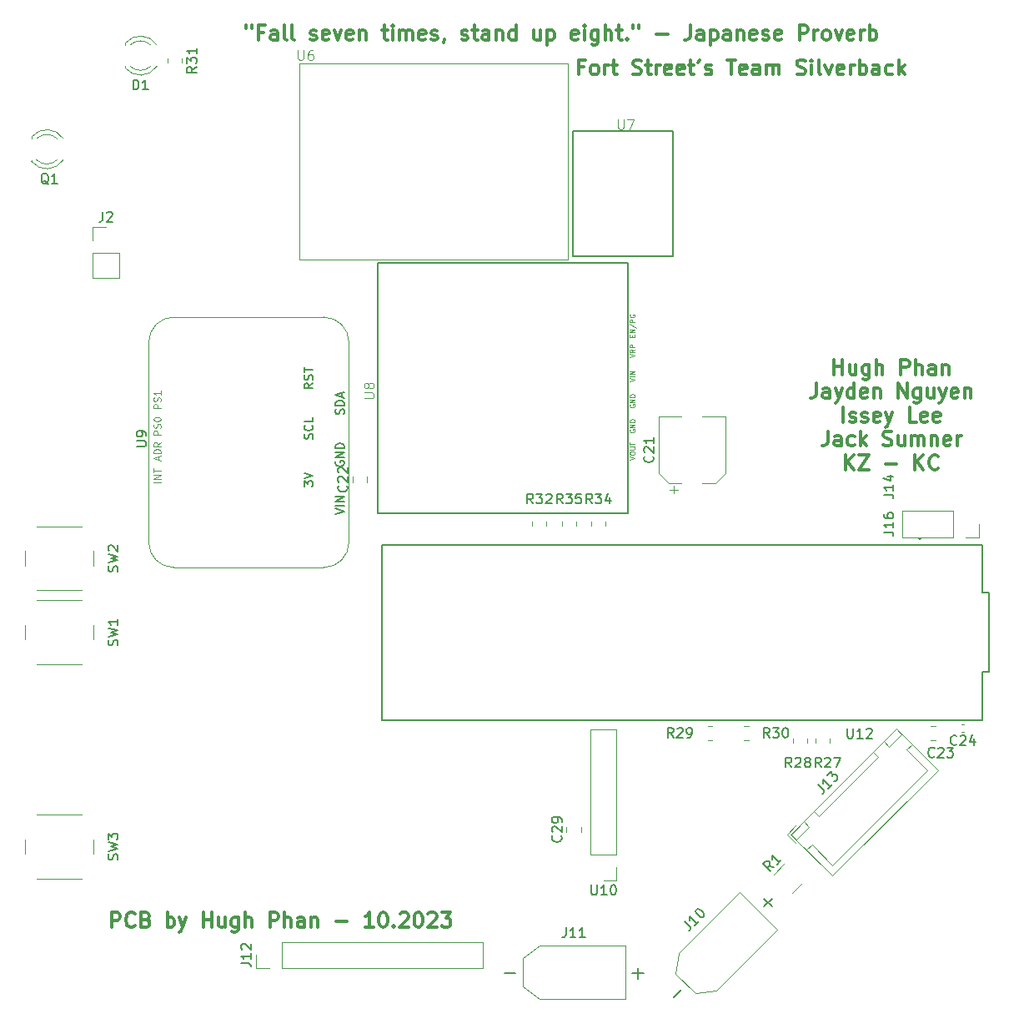
<source format=gbr>
%TF.GenerationSoftware,KiCad,Pcbnew,7.0.8*%
%TF.CreationDate,2023-10-26T13:24:24+11:00*%
%TF.ProjectId,Main 4.2,4d61696e-2034-42e3-922e-6b696361645f,rev?*%
%TF.SameCoordinates,Original*%
%TF.FileFunction,Legend,Top*%
%TF.FilePolarity,Positive*%
%FSLAX46Y46*%
G04 Gerber Fmt 4.6, Leading zero omitted, Abs format (unit mm)*
G04 Created by KiCad (PCBNEW 7.0.8) date 2023-10-26 13:24:24*
%MOMM*%
%LPD*%
G01*
G04 APERTURE LIST*
%ADD10C,0.300000*%
%ADD11C,0.150000*%
%ADD12C,0.100000*%
%ADD13C,0.125000*%
%ADD14C,0.097536*%
%ADD15C,0.142240*%
%ADD16C,0.120000*%
%ADD17C,0.200000*%
%ADD18C,0.127000*%
%ADD19C,0.050000*%
G04 APERTURE END LIST*
D10*
X110071429Y-191928328D02*
X110071429Y-190428328D01*
X110071429Y-190428328D02*
X110642858Y-190428328D01*
X110642858Y-190428328D02*
X110785715Y-190499757D01*
X110785715Y-190499757D02*
X110857144Y-190571185D01*
X110857144Y-190571185D02*
X110928572Y-190714042D01*
X110928572Y-190714042D02*
X110928572Y-190928328D01*
X110928572Y-190928328D02*
X110857144Y-191071185D01*
X110857144Y-191071185D02*
X110785715Y-191142614D01*
X110785715Y-191142614D02*
X110642858Y-191214042D01*
X110642858Y-191214042D02*
X110071429Y-191214042D01*
X112428572Y-191785471D02*
X112357144Y-191856900D01*
X112357144Y-191856900D02*
X112142858Y-191928328D01*
X112142858Y-191928328D02*
X112000001Y-191928328D01*
X112000001Y-191928328D02*
X111785715Y-191856900D01*
X111785715Y-191856900D02*
X111642858Y-191714042D01*
X111642858Y-191714042D02*
X111571429Y-191571185D01*
X111571429Y-191571185D02*
X111500001Y-191285471D01*
X111500001Y-191285471D02*
X111500001Y-191071185D01*
X111500001Y-191071185D02*
X111571429Y-190785471D01*
X111571429Y-190785471D02*
X111642858Y-190642614D01*
X111642858Y-190642614D02*
X111785715Y-190499757D01*
X111785715Y-190499757D02*
X112000001Y-190428328D01*
X112000001Y-190428328D02*
X112142858Y-190428328D01*
X112142858Y-190428328D02*
X112357144Y-190499757D01*
X112357144Y-190499757D02*
X112428572Y-190571185D01*
X113571429Y-191142614D02*
X113785715Y-191214042D01*
X113785715Y-191214042D02*
X113857144Y-191285471D01*
X113857144Y-191285471D02*
X113928572Y-191428328D01*
X113928572Y-191428328D02*
X113928572Y-191642614D01*
X113928572Y-191642614D02*
X113857144Y-191785471D01*
X113857144Y-191785471D02*
X113785715Y-191856900D01*
X113785715Y-191856900D02*
X113642858Y-191928328D01*
X113642858Y-191928328D02*
X113071429Y-191928328D01*
X113071429Y-191928328D02*
X113071429Y-190428328D01*
X113071429Y-190428328D02*
X113571429Y-190428328D01*
X113571429Y-190428328D02*
X113714287Y-190499757D01*
X113714287Y-190499757D02*
X113785715Y-190571185D01*
X113785715Y-190571185D02*
X113857144Y-190714042D01*
X113857144Y-190714042D02*
X113857144Y-190856900D01*
X113857144Y-190856900D02*
X113785715Y-190999757D01*
X113785715Y-190999757D02*
X113714287Y-191071185D01*
X113714287Y-191071185D02*
X113571429Y-191142614D01*
X113571429Y-191142614D02*
X113071429Y-191142614D01*
X115714286Y-191928328D02*
X115714286Y-190428328D01*
X115714286Y-190999757D02*
X115857144Y-190928328D01*
X115857144Y-190928328D02*
X116142858Y-190928328D01*
X116142858Y-190928328D02*
X116285715Y-190999757D01*
X116285715Y-190999757D02*
X116357144Y-191071185D01*
X116357144Y-191071185D02*
X116428572Y-191214042D01*
X116428572Y-191214042D02*
X116428572Y-191642614D01*
X116428572Y-191642614D02*
X116357144Y-191785471D01*
X116357144Y-191785471D02*
X116285715Y-191856900D01*
X116285715Y-191856900D02*
X116142858Y-191928328D01*
X116142858Y-191928328D02*
X115857144Y-191928328D01*
X115857144Y-191928328D02*
X115714286Y-191856900D01*
X116928572Y-190928328D02*
X117285715Y-191928328D01*
X117642858Y-190928328D02*
X117285715Y-191928328D01*
X117285715Y-191928328D02*
X117142858Y-192285471D01*
X117142858Y-192285471D02*
X117071429Y-192356900D01*
X117071429Y-192356900D02*
X116928572Y-192428328D01*
X119357143Y-191928328D02*
X119357143Y-190428328D01*
X119357143Y-191142614D02*
X120214286Y-191142614D01*
X120214286Y-191928328D02*
X120214286Y-190428328D01*
X121571430Y-190928328D02*
X121571430Y-191928328D01*
X120928572Y-190928328D02*
X120928572Y-191714042D01*
X120928572Y-191714042D02*
X121000001Y-191856900D01*
X121000001Y-191856900D02*
X121142858Y-191928328D01*
X121142858Y-191928328D02*
X121357144Y-191928328D01*
X121357144Y-191928328D02*
X121500001Y-191856900D01*
X121500001Y-191856900D02*
X121571430Y-191785471D01*
X122928573Y-190928328D02*
X122928573Y-192142614D01*
X122928573Y-192142614D02*
X122857144Y-192285471D01*
X122857144Y-192285471D02*
X122785715Y-192356900D01*
X122785715Y-192356900D02*
X122642858Y-192428328D01*
X122642858Y-192428328D02*
X122428573Y-192428328D01*
X122428573Y-192428328D02*
X122285715Y-192356900D01*
X122928573Y-191856900D02*
X122785715Y-191928328D01*
X122785715Y-191928328D02*
X122500001Y-191928328D01*
X122500001Y-191928328D02*
X122357144Y-191856900D01*
X122357144Y-191856900D02*
X122285715Y-191785471D01*
X122285715Y-191785471D02*
X122214287Y-191642614D01*
X122214287Y-191642614D02*
X122214287Y-191214042D01*
X122214287Y-191214042D02*
X122285715Y-191071185D01*
X122285715Y-191071185D02*
X122357144Y-190999757D01*
X122357144Y-190999757D02*
X122500001Y-190928328D01*
X122500001Y-190928328D02*
X122785715Y-190928328D01*
X122785715Y-190928328D02*
X122928573Y-190999757D01*
X123642858Y-191928328D02*
X123642858Y-190428328D01*
X124285716Y-191928328D02*
X124285716Y-191142614D01*
X124285716Y-191142614D02*
X124214287Y-190999757D01*
X124214287Y-190999757D02*
X124071430Y-190928328D01*
X124071430Y-190928328D02*
X123857144Y-190928328D01*
X123857144Y-190928328D02*
X123714287Y-190999757D01*
X123714287Y-190999757D02*
X123642858Y-191071185D01*
X126142858Y-191928328D02*
X126142858Y-190428328D01*
X126142858Y-190428328D02*
X126714287Y-190428328D01*
X126714287Y-190428328D02*
X126857144Y-190499757D01*
X126857144Y-190499757D02*
X126928573Y-190571185D01*
X126928573Y-190571185D02*
X127000001Y-190714042D01*
X127000001Y-190714042D02*
X127000001Y-190928328D01*
X127000001Y-190928328D02*
X126928573Y-191071185D01*
X126928573Y-191071185D02*
X126857144Y-191142614D01*
X126857144Y-191142614D02*
X126714287Y-191214042D01*
X126714287Y-191214042D02*
X126142858Y-191214042D01*
X127642858Y-191928328D02*
X127642858Y-190428328D01*
X128285716Y-191928328D02*
X128285716Y-191142614D01*
X128285716Y-191142614D02*
X128214287Y-190999757D01*
X128214287Y-190999757D02*
X128071430Y-190928328D01*
X128071430Y-190928328D02*
X127857144Y-190928328D01*
X127857144Y-190928328D02*
X127714287Y-190999757D01*
X127714287Y-190999757D02*
X127642858Y-191071185D01*
X129642859Y-191928328D02*
X129642859Y-191142614D01*
X129642859Y-191142614D02*
X129571430Y-190999757D01*
X129571430Y-190999757D02*
X129428573Y-190928328D01*
X129428573Y-190928328D02*
X129142859Y-190928328D01*
X129142859Y-190928328D02*
X129000001Y-190999757D01*
X129642859Y-191856900D02*
X129500001Y-191928328D01*
X129500001Y-191928328D02*
X129142859Y-191928328D01*
X129142859Y-191928328D02*
X129000001Y-191856900D01*
X129000001Y-191856900D02*
X128928573Y-191714042D01*
X128928573Y-191714042D02*
X128928573Y-191571185D01*
X128928573Y-191571185D02*
X129000001Y-191428328D01*
X129000001Y-191428328D02*
X129142859Y-191356900D01*
X129142859Y-191356900D02*
X129500001Y-191356900D01*
X129500001Y-191356900D02*
X129642859Y-191285471D01*
X130357144Y-190928328D02*
X130357144Y-191928328D01*
X130357144Y-191071185D02*
X130428573Y-190999757D01*
X130428573Y-190999757D02*
X130571430Y-190928328D01*
X130571430Y-190928328D02*
X130785716Y-190928328D01*
X130785716Y-190928328D02*
X130928573Y-190999757D01*
X130928573Y-190999757D02*
X131000002Y-191142614D01*
X131000002Y-191142614D02*
X131000002Y-191928328D01*
X132857144Y-191356900D02*
X134000002Y-191356900D01*
X136642859Y-191928328D02*
X135785716Y-191928328D01*
X136214287Y-191928328D02*
X136214287Y-190428328D01*
X136214287Y-190428328D02*
X136071430Y-190642614D01*
X136071430Y-190642614D02*
X135928573Y-190785471D01*
X135928573Y-190785471D02*
X135785716Y-190856900D01*
X137571430Y-190428328D02*
X137714287Y-190428328D01*
X137714287Y-190428328D02*
X137857144Y-190499757D01*
X137857144Y-190499757D02*
X137928573Y-190571185D01*
X137928573Y-190571185D02*
X138000001Y-190714042D01*
X138000001Y-190714042D02*
X138071430Y-190999757D01*
X138071430Y-190999757D02*
X138071430Y-191356900D01*
X138071430Y-191356900D02*
X138000001Y-191642614D01*
X138000001Y-191642614D02*
X137928573Y-191785471D01*
X137928573Y-191785471D02*
X137857144Y-191856900D01*
X137857144Y-191856900D02*
X137714287Y-191928328D01*
X137714287Y-191928328D02*
X137571430Y-191928328D01*
X137571430Y-191928328D02*
X137428573Y-191856900D01*
X137428573Y-191856900D02*
X137357144Y-191785471D01*
X137357144Y-191785471D02*
X137285715Y-191642614D01*
X137285715Y-191642614D02*
X137214287Y-191356900D01*
X137214287Y-191356900D02*
X137214287Y-190999757D01*
X137214287Y-190999757D02*
X137285715Y-190714042D01*
X137285715Y-190714042D02*
X137357144Y-190571185D01*
X137357144Y-190571185D02*
X137428573Y-190499757D01*
X137428573Y-190499757D02*
X137571430Y-190428328D01*
X138714286Y-191785471D02*
X138785715Y-191856900D01*
X138785715Y-191856900D02*
X138714286Y-191928328D01*
X138714286Y-191928328D02*
X138642858Y-191856900D01*
X138642858Y-191856900D02*
X138714286Y-191785471D01*
X138714286Y-191785471D02*
X138714286Y-191928328D01*
X139357144Y-190571185D02*
X139428572Y-190499757D01*
X139428572Y-190499757D02*
X139571430Y-190428328D01*
X139571430Y-190428328D02*
X139928572Y-190428328D01*
X139928572Y-190428328D02*
X140071430Y-190499757D01*
X140071430Y-190499757D02*
X140142858Y-190571185D01*
X140142858Y-190571185D02*
X140214287Y-190714042D01*
X140214287Y-190714042D02*
X140214287Y-190856900D01*
X140214287Y-190856900D02*
X140142858Y-191071185D01*
X140142858Y-191071185D02*
X139285715Y-191928328D01*
X139285715Y-191928328D02*
X140214287Y-191928328D01*
X141142858Y-190428328D02*
X141285715Y-190428328D01*
X141285715Y-190428328D02*
X141428572Y-190499757D01*
X141428572Y-190499757D02*
X141500001Y-190571185D01*
X141500001Y-190571185D02*
X141571429Y-190714042D01*
X141571429Y-190714042D02*
X141642858Y-190999757D01*
X141642858Y-190999757D02*
X141642858Y-191356900D01*
X141642858Y-191356900D02*
X141571429Y-191642614D01*
X141571429Y-191642614D02*
X141500001Y-191785471D01*
X141500001Y-191785471D02*
X141428572Y-191856900D01*
X141428572Y-191856900D02*
X141285715Y-191928328D01*
X141285715Y-191928328D02*
X141142858Y-191928328D01*
X141142858Y-191928328D02*
X141000001Y-191856900D01*
X141000001Y-191856900D02*
X140928572Y-191785471D01*
X140928572Y-191785471D02*
X140857143Y-191642614D01*
X140857143Y-191642614D02*
X140785715Y-191356900D01*
X140785715Y-191356900D02*
X140785715Y-190999757D01*
X140785715Y-190999757D02*
X140857143Y-190714042D01*
X140857143Y-190714042D02*
X140928572Y-190571185D01*
X140928572Y-190571185D02*
X141000001Y-190499757D01*
X141000001Y-190499757D02*
X141142858Y-190428328D01*
X142214286Y-190571185D02*
X142285714Y-190499757D01*
X142285714Y-190499757D02*
X142428572Y-190428328D01*
X142428572Y-190428328D02*
X142785714Y-190428328D01*
X142785714Y-190428328D02*
X142928572Y-190499757D01*
X142928572Y-190499757D02*
X143000000Y-190571185D01*
X143000000Y-190571185D02*
X143071429Y-190714042D01*
X143071429Y-190714042D02*
X143071429Y-190856900D01*
X143071429Y-190856900D02*
X143000000Y-191071185D01*
X143000000Y-191071185D02*
X142142857Y-191928328D01*
X142142857Y-191928328D02*
X143071429Y-191928328D01*
X143571428Y-190428328D02*
X144500000Y-190428328D01*
X144500000Y-190428328D02*
X144000000Y-190999757D01*
X144000000Y-190999757D02*
X144214285Y-190999757D01*
X144214285Y-190999757D02*
X144357143Y-191071185D01*
X144357143Y-191071185D02*
X144428571Y-191142614D01*
X144428571Y-191142614D02*
X144500000Y-191285471D01*
X144500000Y-191285471D02*
X144500000Y-191642614D01*
X144500000Y-191642614D02*
X144428571Y-191785471D01*
X144428571Y-191785471D02*
X144357143Y-191856900D01*
X144357143Y-191856900D02*
X144214285Y-191928328D01*
X144214285Y-191928328D02*
X143785714Y-191928328D01*
X143785714Y-191928328D02*
X143642857Y-191856900D01*
X143642857Y-191856900D02*
X143571428Y-191785471D01*
X123750000Y-100428328D02*
X123750000Y-100714042D01*
X124321428Y-100428328D02*
X124321428Y-100714042D01*
X125464285Y-101142614D02*
X124964285Y-101142614D01*
X124964285Y-101928328D02*
X124964285Y-100428328D01*
X124964285Y-100428328D02*
X125678571Y-100428328D01*
X126892857Y-101928328D02*
X126892857Y-101142614D01*
X126892857Y-101142614D02*
X126821428Y-100999757D01*
X126821428Y-100999757D02*
X126678571Y-100928328D01*
X126678571Y-100928328D02*
X126392857Y-100928328D01*
X126392857Y-100928328D02*
X126249999Y-100999757D01*
X126892857Y-101856900D02*
X126749999Y-101928328D01*
X126749999Y-101928328D02*
X126392857Y-101928328D01*
X126392857Y-101928328D02*
X126249999Y-101856900D01*
X126249999Y-101856900D02*
X126178571Y-101714042D01*
X126178571Y-101714042D02*
X126178571Y-101571185D01*
X126178571Y-101571185D02*
X126249999Y-101428328D01*
X126249999Y-101428328D02*
X126392857Y-101356900D01*
X126392857Y-101356900D02*
X126749999Y-101356900D01*
X126749999Y-101356900D02*
X126892857Y-101285471D01*
X127821428Y-101928328D02*
X127678571Y-101856900D01*
X127678571Y-101856900D02*
X127607142Y-101714042D01*
X127607142Y-101714042D02*
X127607142Y-100428328D01*
X128607142Y-101928328D02*
X128464285Y-101856900D01*
X128464285Y-101856900D02*
X128392856Y-101714042D01*
X128392856Y-101714042D02*
X128392856Y-100428328D01*
X130249999Y-101856900D02*
X130392856Y-101928328D01*
X130392856Y-101928328D02*
X130678570Y-101928328D01*
X130678570Y-101928328D02*
X130821427Y-101856900D01*
X130821427Y-101856900D02*
X130892856Y-101714042D01*
X130892856Y-101714042D02*
X130892856Y-101642614D01*
X130892856Y-101642614D02*
X130821427Y-101499757D01*
X130821427Y-101499757D02*
X130678570Y-101428328D01*
X130678570Y-101428328D02*
X130464285Y-101428328D01*
X130464285Y-101428328D02*
X130321427Y-101356900D01*
X130321427Y-101356900D02*
X130249999Y-101214042D01*
X130249999Y-101214042D02*
X130249999Y-101142614D01*
X130249999Y-101142614D02*
X130321427Y-100999757D01*
X130321427Y-100999757D02*
X130464285Y-100928328D01*
X130464285Y-100928328D02*
X130678570Y-100928328D01*
X130678570Y-100928328D02*
X130821427Y-100999757D01*
X132107142Y-101856900D02*
X131964285Y-101928328D01*
X131964285Y-101928328D02*
X131678571Y-101928328D01*
X131678571Y-101928328D02*
X131535713Y-101856900D01*
X131535713Y-101856900D02*
X131464285Y-101714042D01*
X131464285Y-101714042D02*
X131464285Y-101142614D01*
X131464285Y-101142614D02*
X131535713Y-100999757D01*
X131535713Y-100999757D02*
X131678571Y-100928328D01*
X131678571Y-100928328D02*
X131964285Y-100928328D01*
X131964285Y-100928328D02*
X132107142Y-100999757D01*
X132107142Y-100999757D02*
X132178571Y-101142614D01*
X132178571Y-101142614D02*
X132178571Y-101285471D01*
X132178571Y-101285471D02*
X131464285Y-101428328D01*
X132678570Y-100928328D02*
X133035713Y-101928328D01*
X133035713Y-101928328D02*
X133392856Y-100928328D01*
X134535713Y-101856900D02*
X134392856Y-101928328D01*
X134392856Y-101928328D02*
X134107142Y-101928328D01*
X134107142Y-101928328D02*
X133964284Y-101856900D01*
X133964284Y-101856900D02*
X133892856Y-101714042D01*
X133892856Y-101714042D02*
X133892856Y-101142614D01*
X133892856Y-101142614D02*
X133964284Y-100999757D01*
X133964284Y-100999757D02*
X134107142Y-100928328D01*
X134107142Y-100928328D02*
X134392856Y-100928328D01*
X134392856Y-100928328D02*
X134535713Y-100999757D01*
X134535713Y-100999757D02*
X134607142Y-101142614D01*
X134607142Y-101142614D02*
X134607142Y-101285471D01*
X134607142Y-101285471D02*
X133892856Y-101428328D01*
X135249998Y-100928328D02*
X135249998Y-101928328D01*
X135249998Y-101071185D02*
X135321427Y-100999757D01*
X135321427Y-100999757D02*
X135464284Y-100928328D01*
X135464284Y-100928328D02*
X135678570Y-100928328D01*
X135678570Y-100928328D02*
X135821427Y-100999757D01*
X135821427Y-100999757D02*
X135892856Y-101142614D01*
X135892856Y-101142614D02*
X135892856Y-101928328D01*
X137535713Y-100928328D02*
X138107141Y-100928328D01*
X137749998Y-100428328D02*
X137749998Y-101714042D01*
X137749998Y-101714042D02*
X137821427Y-101856900D01*
X137821427Y-101856900D02*
X137964284Y-101928328D01*
X137964284Y-101928328D02*
X138107141Y-101928328D01*
X138607141Y-101928328D02*
X138607141Y-100928328D01*
X138607141Y-100428328D02*
X138535713Y-100499757D01*
X138535713Y-100499757D02*
X138607141Y-100571185D01*
X138607141Y-100571185D02*
X138678570Y-100499757D01*
X138678570Y-100499757D02*
X138607141Y-100428328D01*
X138607141Y-100428328D02*
X138607141Y-100571185D01*
X139321427Y-101928328D02*
X139321427Y-100928328D01*
X139321427Y-101071185D02*
X139392856Y-100999757D01*
X139392856Y-100999757D02*
X139535713Y-100928328D01*
X139535713Y-100928328D02*
X139749999Y-100928328D01*
X139749999Y-100928328D02*
X139892856Y-100999757D01*
X139892856Y-100999757D02*
X139964285Y-101142614D01*
X139964285Y-101142614D02*
X139964285Y-101928328D01*
X139964285Y-101142614D02*
X140035713Y-100999757D01*
X140035713Y-100999757D02*
X140178570Y-100928328D01*
X140178570Y-100928328D02*
X140392856Y-100928328D01*
X140392856Y-100928328D02*
X140535713Y-100999757D01*
X140535713Y-100999757D02*
X140607142Y-101142614D01*
X140607142Y-101142614D02*
X140607142Y-101928328D01*
X141892856Y-101856900D02*
X141749999Y-101928328D01*
X141749999Y-101928328D02*
X141464285Y-101928328D01*
X141464285Y-101928328D02*
X141321427Y-101856900D01*
X141321427Y-101856900D02*
X141249999Y-101714042D01*
X141249999Y-101714042D02*
X141249999Y-101142614D01*
X141249999Y-101142614D02*
X141321427Y-100999757D01*
X141321427Y-100999757D02*
X141464285Y-100928328D01*
X141464285Y-100928328D02*
X141749999Y-100928328D01*
X141749999Y-100928328D02*
X141892856Y-100999757D01*
X141892856Y-100999757D02*
X141964285Y-101142614D01*
X141964285Y-101142614D02*
X141964285Y-101285471D01*
X141964285Y-101285471D02*
X141249999Y-101428328D01*
X142535713Y-101856900D02*
X142678570Y-101928328D01*
X142678570Y-101928328D02*
X142964284Y-101928328D01*
X142964284Y-101928328D02*
X143107141Y-101856900D01*
X143107141Y-101856900D02*
X143178570Y-101714042D01*
X143178570Y-101714042D02*
X143178570Y-101642614D01*
X143178570Y-101642614D02*
X143107141Y-101499757D01*
X143107141Y-101499757D02*
X142964284Y-101428328D01*
X142964284Y-101428328D02*
X142749999Y-101428328D01*
X142749999Y-101428328D02*
X142607141Y-101356900D01*
X142607141Y-101356900D02*
X142535713Y-101214042D01*
X142535713Y-101214042D02*
X142535713Y-101142614D01*
X142535713Y-101142614D02*
X142607141Y-100999757D01*
X142607141Y-100999757D02*
X142749999Y-100928328D01*
X142749999Y-100928328D02*
X142964284Y-100928328D01*
X142964284Y-100928328D02*
X143107141Y-100999757D01*
X143892856Y-101856900D02*
X143892856Y-101928328D01*
X143892856Y-101928328D02*
X143821427Y-102071185D01*
X143821427Y-102071185D02*
X143749999Y-102142614D01*
X145607142Y-101856900D02*
X145749999Y-101928328D01*
X145749999Y-101928328D02*
X146035713Y-101928328D01*
X146035713Y-101928328D02*
X146178570Y-101856900D01*
X146178570Y-101856900D02*
X146249999Y-101714042D01*
X146249999Y-101714042D02*
X146249999Y-101642614D01*
X146249999Y-101642614D02*
X146178570Y-101499757D01*
X146178570Y-101499757D02*
X146035713Y-101428328D01*
X146035713Y-101428328D02*
X145821428Y-101428328D01*
X145821428Y-101428328D02*
X145678570Y-101356900D01*
X145678570Y-101356900D02*
X145607142Y-101214042D01*
X145607142Y-101214042D02*
X145607142Y-101142614D01*
X145607142Y-101142614D02*
X145678570Y-100999757D01*
X145678570Y-100999757D02*
X145821428Y-100928328D01*
X145821428Y-100928328D02*
X146035713Y-100928328D01*
X146035713Y-100928328D02*
X146178570Y-100999757D01*
X146678571Y-100928328D02*
X147249999Y-100928328D01*
X146892856Y-100428328D02*
X146892856Y-101714042D01*
X146892856Y-101714042D02*
X146964285Y-101856900D01*
X146964285Y-101856900D02*
X147107142Y-101928328D01*
X147107142Y-101928328D02*
X147249999Y-101928328D01*
X148392857Y-101928328D02*
X148392857Y-101142614D01*
X148392857Y-101142614D02*
X148321428Y-100999757D01*
X148321428Y-100999757D02*
X148178571Y-100928328D01*
X148178571Y-100928328D02*
X147892857Y-100928328D01*
X147892857Y-100928328D02*
X147749999Y-100999757D01*
X148392857Y-101856900D02*
X148249999Y-101928328D01*
X148249999Y-101928328D02*
X147892857Y-101928328D01*
X147892857Y-101928328D02*
X147749999Y-101856900D01*
X147749999Y-101856900D02*
X147678571Y-101714042D01*
X147678571Y-101714042D02*
X147678571Y-101571185D01*
X147678571Y-101571185D02*
X147749999Y-101428328D01*
X147749999Y-101428328D02*
X147892857Y-101356900D01*
X147892857Y-101356900D02*
X148249999Y-101356900D01*
X148249999Y-101356900D02*
X148392857Y-101285471D01*
X149107142Y-100928328D02*
X149107142Y-101928328D01*
X149107142Y-101071185D02*
X149178571Y-100999757D01*
X149178571Y-100999757D02*
X149321428Y-100928328D01*
X149321428Y-100928328D02*
X149535714Y-100928328D01*
X149535714Y-100928328D02*
X149678571Y-100999757D01*
X149678571Y-100999757D02*
X149750000Y-101142614D01*
X149750000Y-101142614D02*
X149750000Y-101928328D01*
X151107143Y-101928328D02*
X151107143Y-100428328D01*
X151107143Y-101856900D02*
X150964285Y-101928328D01*
X150964285Y-101928328D02*
X150678571Y-101928328D01*
X150678571Y-101928328D02*
X150535714Y-101856900D01*
X150535714Y-101856900D02*
X150464285Y-101785471D01*
X150464285Y-101785471D02*
X150392857Y-101642614D01*
X150392857Y-101642614D02*
X150392857Y-101214042D01*
X150392857Y-101214042D02*
X150464285Y-101071185D01*
X150464285Y-101071185D02*
X150535714Y-100999757D01*
X150535714Y-100999757D02*
X150678571Y-100928328D01*
X150678571Y-100928328D02*
X150964285Y-100928328D01*
X150964285Y-100928328D02*
X151107143Y-100999757D01*
X153607143Y-100928328D02*
X153607143Y-101928328D01*
X152964285Y-100928328D02*
X152964285Y-101714042D01*
X152964285Y-101714042D02*
X153035714Y-101856900D01*
X153035714Y-101856900D02*
X153178571Y-101928328D01*
X153178571Y-101928328D02*
X153392857Y-101928328D01*
X153392857Y-101928328D02*
X153535714Y-101856900D01*
X153535714Y-101856900D02*
X153607143Y-101785471D01*
X154321428Y-100928328D02*
X154321428Y-102428328D01*
X154321428Y-100999757D02*
X154464286Y-100928328D01*
X154464286Y-100928328D02*
X154750000Y-100928328D01*
X154750000Y-100928328D02*
X154892857Y-100999757D01*
X154892857Y-100999757D02*
X154964286Y-101071185D01*
X154964286Y-101071185D02*
X155035714Y-101214042D01*
X155035714Y-101214042D02*
X155035714Y-101642614D01*
X155035714Y-101642614D02*
X154964286Y-101785471D01*
X154964286Y-101785471D02*
X154892857Y-101856900D01*
X154892857Y-101856900D02*
X154750000Y-101928328D01*
X154750000Y-101928328D02*
X154464286Y-101928328D01*
X154464286Y-101928328D02*
X154321428Y-101856900D01*
X157392857Y-101856900D02*
X157250000Y-101928328D01*
X157250000Y-101928328D02*
X156964286Y-101928328D01*
X156964286Y-101928328D02*
X156821428Y-101856900D01*
X156821428Y-101856900D02*
X156750000Y-101714042D01*
X156750000Y-101714042D02*
X156750000Y-101142614D01*
X156750000Y-101142614D02*
X156821428Y-100999757D01*
X156821428Y-100999757D02*
X156964286Y-100928328D01*
X156964286Y-100928328D02*
X157250000Y-100928328D01*
X157250000Y-100928328D02*
X157392857Y-100999757D01*
X157392857Y-100999757D02*
X157464286Y-101142614D01*
X157464286Y-101142614D02*
X157464286Y-101285471D01*
X157464286Y-101285471D02*
X156750000Y-101428328D01*
X158107142Y-101928328D02*
X158107142Y-100928328D01*
X158107142Y-100428328D02*
X158035714Y-100499757D01*
X158035714Y-100499757D02*
X158107142Y-100571185D01*
X158107142Y-100571185D02*
X158178571Y-100499757D01*
X158178571Y-100499757D02*
X158107142Y-100428328D01*
X158107142Y-100428328D02*
X158107142Y-100571185D01*
X159464286Y-100928328D02*
X159464286Y-102142614D01*
X159464286Y-102142614D02*
X159392857Y-102285471D01*
X159392857Y-102285471D02*
X159321428Y-102356900D01*
X159321428Y-102356900D02*
X159178571Y-102428328D01*
X159178571Y-102428328D02*
X158964286Y-102428328D01*
X158964286Y-102428328D02*
X158821428Y-102356900D01*
X159464286Y-101856900D02*
X159321428Y-101928328D01*
X159321428Y-101928328D02*
X159035714Y-101928328D01*
X159035714Y-101928328D02*
X158892857Y-101856900D01*
X158892857Y-101856900D02*
X158821428Y-101785471D01*
X158821428Y-101785471D02*
X158750000Y-101642614D01*
X158750000Y-101642614D02*
X158750000Y-101214042D01*
X158750000Y-101214042D02*
X158821428Y-101071185D01*
X158821428Y-101071185D02*
X158892857Y-100999757D01*
X158892857Y-100999757D02*
X159035714Y-100928328D01*
X159035714Y-100928328D02*
X159321428Y-100928328D01*
X159321428Y-100928328D02*
X159464286Y-100999757D01*
X160178571Y-101928328D02*
X160178571Y-100428328D01*
X160821429Y-101928328D02*
X160821429Y-101142614D01*
X160821429Y-101142614D02*
X160750000Y-100999757D01*
X160750000Y-100999757D02*
X160607143Y-100928328D01*
X160607143Y-100928328D02*
X160392857Y-100928328D01*
X160392857Y-100928328D02*
X160250000Y-100999757D01*
X160250000Y-100999757D02*
X160178571Y-101071185D01*
X161321429Y-100928328D02*
X161892857Y-100928328D01*
X161535714Y-100428328D02*
X161535714Y-101714042D01*
X161535714Y-101714042D02*
X161607143Y-101856900D01*
X161607143Y-101856900D02*
X161750000Y-101928328D01*
X161750000Y-101928328D02*
X161892857Y-101928328D01*
X162392857Y-101785471D02*
X162464286Y-101856900D01*
X162464286Y-101856900D02*
X162392857Y-101928328D01*
X162392857Y-101928328D02*
X162321429Y-101856900D01*
X162321429Y-101856900D02*
X162392857Y-101785471D01*
X162392857Y-101785471D02*
X162392857Y-101928328D01*
X163035715Y-100428328D02*
X163035715Y-100714042D01*
X163607143Y-100428328D02*
X163607143Y-100714042D01*
X165392857Y-101356900D02*
X166535715Y-101356900D01*
X168821429Y-100428328D02*
X168821429Y-101499757D01*
X168821429Y-101499757D02*
X168750000Y-101714042D01*
X168750000Y-101714042D02*
X168607143Y-101856900D01*
X168607143Y-101856900D02*
X168392857Y-101928328D01*
X168392857Y-101928328D02*
X168250000Y-101928328D01*
X170178572Y-101928328D02*
X170178572Y-101142614D01*
X170178572Y-101142614D02*
X170107143Y-100999757D01*
X170107143Y-100999757D02*
X169964286Y-100928328D01*
X169964286Y-100928328D02*
X169678572Y-100928328D01*
X169678572Y-100928328D02*
X169535714Y-100999757D01*
X170178572Y-101856900D02*
X170035714Y-101928328D01*
X170035714Y-101928328D02*
X169678572Y-101928328D01*
X169678572Y-101928328D02*
X169535714Y-101856900D01*
X169535714Y-101856900D02*
X169464286Y-101714042D01*
X169464286Y-101714042D02*
X169464286Y-101571185D01*
X169464286Y-101571185D02*
X169535714Y-101428328D01*
X169535714Y-101428328D02*
X169678572Y-101356900D01*
X169678572Y-101356900D02*
X170035714Y-101356900D01*
X170035714Y-101356900D02*
X170178572Y-101285471D01*
X170892857Y-100928328D02*
X170892857Y-102428328D01*
X170892857Y-100999757D02*
X171035715Y-100928328D01*
X171035715Y-100928328D02*
X171321429Y-100928328D01*
X171321429Y-100928328D02*
X171464286Y-100999757D01*
X171464286Y-100999757D02*
X171535715Y-101071185D01*
X171535715Y-101071185D02*
X171607143Y-101214042D01*
X171607143Y-101214042D02*
X171607143Y-101642614D01*
X171607143Y-101642614D02*
X171535715Y-101785471D01*
X171535715Y-101785471D02*
X171464286Y-101856900D01*
X171464286Y-101856900D02*
X171321429Y-101928328D01*
X171321429Y-101928328D02*
X171035715Y-101928328D01*
X171035715Y-101928328D02*
X170892857Y-101856900D01*
X172892858Y-101928328D02*
X172892858Y-101142614D01*
X172892858Y-101142614D02*
X172821429Y-100999757D01*
X172821429Y-100999757D02*
X172678572Y-100928328D01*
X172678572Y-100928328D02*
X172392858Y-100928328D01*
X172392858Y-100928328D02*
X172250000Y-100999757D01*
X172892858Y-101856900D02*
X172750000Y-101928328D01*
X172750000Y-101928328D02*
X172392858Y-101928328D01*
X172392858Y-101928328D02*
X172250000Y-101856900D01*
X172250000Y-101856900D02*
X172178572Y-101714042D01*
X172178572Y-101714042D02*
X172178572Y-101571185D01*
X172178572Y-101571185D02*
X172250000Y-101428328D01*
X172250000Y-101428328D02*
X172392858Y-101356900D01*
X172392858Y-101356900D02*
X172750000Y-101356900D01*
X172750000Y-101356900D02*
X172892858Y-101285471D01*
X173607143Y-100928328D02*
X173607143Y-101928328D01*
X173607143Y-101071185D02*
X173678572Y-100999757D01*
X173678572Y-100999757D02*
X173821429Y-100928328D01*
X173821429Y-100928328D02*
X174035715Y-100928328D01*
X174035715Y-100928328D02*
X174178572Y-100999757D01*
X174178572Y-100999757D02*
X174250001Y-101142614D01*
X174250001Y-101142614D02*
X174250001Y-101928328D01*
X175535715Y-101856900D02*
X175392858Y-101928328D01*
X175392858Y-101928328D02*
X175107144Y-101928328D01*
X175107144Y-101928328D02*
X174964286Y-101856900D01*
X174964286Y-101856900D02*
X174892858Y-101714042D01*
X174892858Y-101714042D02*
X174892858Y-101142614D01*
X174892858Y-101142614D02*
X174964286Y-100999757D01*
X174964286Y-100999757D02*
X175107144Y-100928328D01*
X175107144Y-100928328D02*
X175392858Y-100928328D01*
X175392858Y-100928328D02*
X175535715Y-100999757D01*
X175535715Y-100999757D02*
X175607144Y-101142614D01*
X175607144Y-101142614D02*
X175607144Y-101285471D01*
X175607144Y-101285471D02*
X174892858Y-101428328D01*
X176178572Y-101856900D02*
X176321429Y-101928328D01*
X176321429Y-101928328D02*
X176607143Y-101928328D01*
X176607143Y-101928328D02*
X176750000Y-101856900D01*
X176750000Y-101856900D02*
X176821429Y-101714042D01*
X176821429Y-101714042D02*
X176821429Y-101642614D01*
X176821429Y-101642614D02*
X176750000Y-101499757D01*
X176750000Y-101499757D02*
X176607143Y-101428328D01*
X176607143Y-101428328D02*
X176392858Y-101428328D01*
X176392858Y-101428328D02*
X176250000Y-101356900D01*
X176250000Y-101356900D02*
X176178572Y-101214042D01*
X176178572Y-101214042D02*
X176178572Y-101142614D01*
X176178572Y-101142614D02*
X176250000Y-100999757D01*
X176250000Y-100999757D02*
X176392858Y-100928328D01*
X176392858Y-100928328D02*
X176607143Y-100928328D01*
X176607143Y-100928328D02*
X176750000Y-100999757D01*
X178035715Y-101856900D02*
X177892858Y-101928328D01*
X177892858Y-101928328D02*
X177607144Y-101928328D01*
X177607144Y-101928328D02*
X177464286Y-101856900D01*
X177464286Y-101856900D02*
X177392858Y-101714042D01*
X177392858Y-101714042D02*
X177392858Y-101142614D01*
X177392858Y-101142614D02*
X177464286Y-100999757D01*
X177464286Y-100999757D02*
X177607144Y-100928328D01*
X177607144Y-100928328D02*
X177892858Y-100928328D01*
X177892858Y-100928328D02*
X178035715Y-100999757D01*
X178035715Y-100999757D02*
X178107144Y-101142614D01*
X178107144Y-101142614D02*
X178107144Y-101285471D01*
X178107144Y-101285471D02*
X177392858Y-101428328D01*
X179892857Y-101928328D02*
X179892857Y-100428328D01*
X179892857Y-100428328D02*
X180464286Y-100428328D01*
X180464286Y-100428328D02*
X180607143Y-100499757D01*
X180607143Y-100499757D02*
X180678572Y-100571185D01*
X180678572Y-100571185D02*
X180750000Y-100714042D01*
X180750000Y-100714042D02*
X180750000Y-100928328D01*
X180750000Y-100928328D02*
X180678572Y-101071185D01*
X180678572Y-101071185D02*
X180607143Y-101142614D01*
X180607143Y-101142614D02*
X180464286Y-101214042D01*
X180464286Y-101214042D02*
X179892857Y-101214042D01*
X181392857Y-101928328D02*
X181392857Y-100928328D01*
X181392857Y-101214042D02*
X181464286Y-101071185D01*
X181464286Y-101071185D02*
X181535715Y-100999757D01*
X181535715Y-100999757D02*
X181678572Y-100928328D01*
X181678572Y-100928328D02*
X181821429Y-100928328D01*
X182535714Y-101928328D02*
X182392857Y-101856900D01*
X182392857Y-101856900D02*
X182321428Y-101785471D01*
X182321428Y-101785471D02*
X182250000Y-101642614D01*
X182250000Y-101642614D02*
X182250000Y-101214042D01*
X182250000Y-101214042D02*
X182321428Y-101071185D01*
X182321428Y-101071185D02*
X182392857Y-100999757D01*
X182392857Y-100999757D02*
X182535714Y-100928328D01*
X182535714Y-100928328D02*
X182750000Y-100928328D01*
X182750000Y-100928328D02*
X182892857Y-100999757D01*
X182892857Y-100999757D02*
X182964286Y-101071185D01*
X182964286Y-101071185D02*
X183035714Y-101214042D01*
X183035714Y-101214042D02*
X183035714Y-101642614D01*
X183035714Y-101642614D02*
X182964286Y-101785471D01*
X182964286Y-101785471D02*
X182892857Y-101856900D01*
X182892857Y-101856900D02*
X182750000Y-101928328D01*
X182750000Y-101928328D02*
X182535714Y-101928328D01*
X183535714Y-100928328D02*
X183892857Y-101928328D01*
X183892857Y-101928328D02*
X184250000Y-100928328D01*
X185392857Y-101856900D02*
X185250000Y-101928328D01*
X185250000Y-101928328D02*
X184964286Y-101928328D01*
X184964286Y-101928328D02*
X184821428Y-101856900D01*
X184821428Y-101856900D02*
X184750000Y-101714042D01*
X184750000Y-101714042D02*
X184750000Y-101142614D01*
X184750000Y-101142614D02*
X184821428Y-100999757D01*
X184821428Y-100999757D02*
X184964286Y-100928328D01*
X184964286Y-100928328D02*
X185250000Y-100928328D01*
X185250000Y-100928328D02*
X185392857Y-100999757D01*
X185392857Y-100999757D02*
X185464286Y-101142614D01*
X185464286Y-101142614D02*
X185464286Y-101285471D01*
X185464286Y-101285471D02*
X184750000Y-101428328D01*
X186107142Y-101928328D02*
X186107142Y-100928328D01*
X186107142Y-101214042D02*
X186178571Y-101071185D01*
X186178571Y-101071185D02*
X186250000Y-100999757D01*
X186250000Y-100999757D02*
X186392857Y-100928328D01*
X186392857Y-100928328D02*
X186535714Y-100928328D01*
X187035713Y-101928328D02*
X187035713Y-100428328D01*
X187035713Y-100999757D02*
X187178571Y-100928328D01*
X187178571Y-100928328D02*
X187464285Y-100928328D01*
X187464285Y-100928328D02*
X187607142Y-100999757D01*
X187607142Y-100999757D02*
X187678571Y-101071185D01*
X187678571Y-101071185D02*
X187749999Y-101214042D01*
X187749999Y-101214042D02*
X187749999Y-101642614D01*
X187749999Y-101642614D02*
X187678571Y-101785471D01*
X187678571Y-101785471D02*
X187607142Y-101856900D01*
X187607142Y-101856900D02*
X187464285Y-101928328D01*
X187464285Y-101928328D02*
X187178571Y-101928328D01*
X187178571Y-101928328D02*
X187035713Y-101856900D01*
X183428570Y-135848328D02*
X183428570Y-134348328D01*
X183428570Y-135062614D02*
X184285713Y-135062614D01*
X184285713Y-135848328D02*
X184285713Y-134348328D01*
X185642857Y-134848328D02*
X185642857Y-135848328D01*
X184999999Y-134848328D02*
X184999999Y-135634042D01*
X184999999Y-135634042D02*
X185071428Y-135776900D01*
X185071428Y-135776900D02*
X185214285Y-135848328D01*
X185214285Y-135848328D02*
X185428571Y-135848328D01*
X185428571Y-135848328D02*
X185571428Y-135776900D01*
X185571428Y-135776900D02*
X185642857Y-135705471D01*
X187000000Y-134848328D02*
X187000000Y-136062614D01*
X187000000Y-136062614D02*
X186928571Y-136205471D01*
X186928571Y-136205471D02*
X186857142Y-136276900D01*
X186857142Y-136276900D02*
X186714285Y-136348328D01*
X186714285Y-136348328D02*
X186500000Y-136348328D01*
X186500000Y-136348328D02*
X186357142Y-136276900D01*
X187000000Y-135776900D02*
X186857142Y-135848328D01*
X186857142Y-135848328D02*
X186571428Y-135848328D01*
X186571428Y-135848328D02*
X186428571Y-135776900D01*
X186428571Y-135776900D02*
X186357142Y-135705471D01*
X186357142Y-135705471D02*
X186285714Y-135562614D01*
X186285714Y-135562614D02*
X186285714Y-135134042D01*
X186285714Y-135134042D02*
X186357142Y-134991185D01*
X186357142Y-134991185D02*
X186428571Y-134919757D01*
X186428571Y-134919757D02*
X186571428Y-134848328D01*
X186571428Y-134848328D02*
X186857142Y-134848328D01*
X186857142Y-134848328D02*
X187000000Y-134919757D01*
X187714285Y-135848328D02*
X187714285Y-134348328D01*
X188357143Y-135848328D02*
X188357143Y-135062614D01*
X188357143Y-135062614D02*
X188285714Y-134919757D01*
X188285714Y-134919757D02*
X188142857Y-134848328D01*
X188142857Y-134848328D02*
X187928571Y-134848328D01*
X187928571Y-134848328D02*
X187785714Y-134919757D01*
X187785714Y-134919757D02*
X187714285Y-134991185D01*
X190214285Y-135848328D02*
X190214285Y-134348328D01*
X190214285Y-134348328D02*
X190785714Y-134348328D01*
X190785714Y-134348328D02*
X190928571Y-134419757D01*
X190928571Y-134419757D02*
X191000000Y-134491185D01*
X191000000Y-134491185D02*
X191071428Y-134634042D01*
X191071428Y-134634042D02*
X191071428Y-134848328D01*
X191071428Y-134848328D02*
X191000000Y-134991185D01*
X191000000Y-134991185D02*
X190928571Y-135062614D01*
X190928571Y-135062614D02*
X190785714Y-135134042D01*
X190785714Y-135134042D02*
X190214285Y-135134042D01*
X191714285Y-135848328D02*
X191714285Y-134348328D01*
X192357143Y-135848328D02*
X192357143Y-135062614D01*
X192357143Y-135062614D02*
X192285714Y-134919757D01*
X192285714Y-134919757D02*
X192142857Y-134848328D01*
X192142857Y-134848328D02*
X191928571Y-134848328D01*
X191928571Y-134848328D02*
X191785714Y-134919757D01*
X191785714Y-134919757D02*
X191714285Y-134991185D01*
X193714286Y-135848328D02*
X193714286Y-135062614D01*
X193714286Y-135062614D02*
X193642857Y-134919757D01*
X193642857Y-134919757D02*
X193500000Y-134848328D01*
X193500000Y-134848328D02*
X193214286Y-134848328D01*
X193214286Y-134848328D02*
X193071428Y-134919757D01*
X193714286Y-135776900D02*
X193571428Y-135848328D01*
X193571428Y-135848328D02*
X193214286Y-135848328D01*
X193214286Y-135848328D02*
X193071428Y-135776900D01*
X193071428Y-135776900D02*
X193000000Y-135634042D01*
X193000000Y-135634042D02*
X193000000Y-135491185D01*
X193000000Y-135491185D02*
X193071428Y-135348328D01*
X193071428Y-135348328D02*
X193214286Y-135276900D01*
X193214286Y-135276900D02*
X193571428Y-135276900D01*
X193571428Y-135276900D02*
X193714286Y-135205471D01*
X194428571Y-134848328D02*
X194428571Y-135848328D01*
X194428571Y-134991185D02*
X194500000Y-134919757D01*
X194500000Y-134919757D02*
X194642857Y-134848328D01*
X194642857Y-134848328D02*
X194857143Y-134848328D01*
X194857143Y-134848328D02*
X195000000Y-134919757D01*
X195000000Y-134919757D02*
X195071429Y-135062614D01*
X195071429Y-135062614D02*
X195071429Y-135848328D01*
X181607143Y-136763328D02*
X181607143Y-137834757D01*
X181607143Y-137834757D02*
X181535714Y-138049042D01*
X181535714Y-138049042D02*
X181392857Y-138191900D01*
X181392857Y-138191900D02*
X181178571Y-138263328D01*
X181178571Y-138263328D02*
X181035714Y-138263328D01*
X182964286Y-138263328D02*
X182964286Y-137477614D01*
X182964286Y-137477614D02*
X182892857Y-137334757D01*
X182892857Y-137334757D02*
X182750000Y-137263328D01*
X182750000Y-137263328D02*
X182464286Y-137263328D01*
X182464286Y-137263328D02*
X182321428Y-137334757D01*
X182964286Y-138191900D02*
X182821428Y-138263328D01*
X182821428Y-138263328D02*
X182464286Y-138263328D01*
X182464286Y-138263328D02*
X182321428Y-138191900D01*
X182321428Y-138191900D02*
X182250000Y-138049042D01*
X182250000Y-138049042D02*
X182250000Y-137906185D01*
X182250000Y-137906185D02*
X182321428Y-137763328D01*
X182321428Y-137763328D02*
X182464286Y-137691900D01*
X182464286Y-137691900D02*
X182821428Y-137691900D01*
X182821428Y-137691900D02*
X182964286Y-137620471D01*
X183535714Y-137263328D02*
X183892857Y-138263328D01*
X184250000Y-137263328D02*
X183892857Y-138263328D01*
X183892857Y-138263328D02*
X183750000Y-138620471D01*
X183750000Y-138620471D02*
X183678571Y-138691900D01*
X183678571Y-138691900D02*
X183535714Y-138763328D01*
X185464286Y-138263328D02*
X185464286Y-136763328D01*
X185464286Y-138191900D02*
X185321428Y-138263328D01*
X185321428Y-138263328D02*
X185035714Y-138263328D01*
X185035714Y-138263328D02*
X184892857Y-138191900D01*
X184892857Y-138191900D02*
X184821428Y-138120471D01*
X184821428Y-138120471D02*
X184750000Y-137977614D01*
X184750000Y-137977614D02*
X184750000Y-137549042D01*
X184750000Y-137549042D02*
X184821428Y-137406185D01*
X184821428Y-137406185D02*
X184892857Y-137334757D01*
X184892857Y-137334757D02*
X185035714Y-137263328D01*
X185035714Y-137263328D02*
X185321428Y-137263328D01*
X185321428Y-137263328D02*
X185464286Y-137334757D01*
X186750000Y-138191900D02*
X186607143Y-138263328D01*
X186607143Y-138263328D02*
X186321429Y-138263328D01*
X186321429Y-138263328D02*
X186178571Y-138191900D01*
X186178571Y-138191900D02*
X186107143Y-138049042D01*
X186107143Y-138049042D02*
X186107143Y-137477614D01*
X186107143Y-137477614D02*
X186178571Y-137334757D01*
X186178571Y-137334757D02*
X186321429Y-137263328D01*
X186321429Y-137263328D02*
X186607143Y-137263328D01*
X186607143Y-137263328D02*
X186750000Y-137334757D01*
X186750000Y-137334757D02*
X186821429Y-137477614D01*
X186821429Y-137477614D02*
X186821429Y-137620471D01*
X186821429Y-137620471D02*
X186107143Y-137763328D01*
X187464285Y-137263328D02*
X187464285Y-138263328D01*
X187464285Y-137406185D02*
X187535714Y-137334757D01*
X187535714Y-137334757D02*
X187678571Y-137263328D01*
X187678571Y-137263328D02*
X187892857Y-137263328D01*
X187892857Y-137263328D02*
X188035714Y-137334757D01*
X188035714Y-137334757D02*
X188107143Y-137477614D01*
X188107143Y-137477614D02*
X188107143Y-138263328D01*
X189964285Y-138263328D02*
X189964285Y-136763328D01*
X189964285Y-136763328D02*
X190821428Y-138263328D01*
X190821428Y-138263328D02*
X190821428Y-136763328D01*
X192178572Y-137263328D02*
X192178572Y-138477614D01*
X192178572Y-138477614D02*
X192107143Y-138620471D01*
X192107143Y-138620471D02*
X192035714Y-138691900D01*
X192035714Y-138691900D02*
X191892857Y-138763328D01*
X191892857Y-138763328D02*
X191678572Y-138763328D01*
X191678572Y-138763328D02*
X191535714Y-138691900D01*
X192178572Y-138191900D02*
X192035714Y-138263328D01*
X192035714Y-138263328D02*
X191750000Y-138263328D01*
X191750000Y-138263328D02*
X191607143Y-138191900D01*
X191607143Y-138191900D02*
X191535714Y-138120471D01*
X191535714Y-138120471D02*
X191464286Y-137977614D01*
X191464286Y-137977614D02*
X191464286Y-137549042D01*
X191464286Y-137549042D02*
X191535714Y-137406185D01*
X191535714Y-137406185D02*
X191607143Y-137334757D01*
X191607143Y-137334757D02*
X191750000Y-137263328D01*
X191750000Y-137263328D02*
X192035714Y-137263328D01*
X192035714Y-137263328D02*
X192178572Y-137334757D01*
X193535715Y-137263328D02*
X193535715Y-138263328D01*
X192892857Y-137263328D02*
X192892857Y-138049042D01*
X192892857Y-138049042D02*
X192964286Y-138191900D01*
X192964286Y-138191900D02*
X193107143Y-138263328D01*
X193107143Y-138263328D02*
X193321429Y-138263328D01*
X193321429Y-138263328D02*
X193464286Y-138191900D01*
X193464286Y-138191900D02*
X193535715Y-138120471D01*
X194107143Y-137263328D02*
X194464286Y-138263328D01*
X194821429Y-137263328D02*
X194464286Y-138263328D01*
X194464286Y-138263328D02*
X194321429Y-138620471D01*
X194321429Y-138620471D02*
X194250000Y-138691900D01*
X194250000Y-138691900D02*
X194107143Y-138763328D01*
X195964286Y-138191900D02*
X195821429Y-138263328D01*
X195821429Y-138263328D02*
X195535715Y-138263328D01*
X195535715Y-138263328D02*
X195392857Y-138191900D01*
X195392857Y-138191900D02*
X195321429Y-138049042D01*
X195321429Y-138049042D02*
X195321429Y-137477614D01*
X195321429Y-137477614D02*
X195392857Y-137334757D01*
X195392857Y-137334757D02*
X195535715Y-137263328D01*
X195535715Y-137263328D02*
X195821429Y-137263328D01*
X195821429Y-137263328D02*
X195964286Y-137334757D01*
X195964286Y-137334757D02*
X196035715Y-137477614D01*
X196035715Y-137477614D02*
X196035715Y-137620471D01*
X196035715Y-137620471D02*
X195321429Y-137763328D01*
X196678571Y-137263328D02*
X196678571Y-138263328D01*
X196678571Y-137406185D02*
X196750000Y-137334757D01*
X196750000Y-137334757D02*
X196892857Y-137263328D01*
X196892857Y-137263328D02*
X197107143Y-137263328D01*
X197107143Y-137263328D02*
X197250000Y-137334757D01*
X197250000Y-137334757D02*
X197321429Y-137477614D01*
X197321429Y-137477614D02*
X197321429Y-138263328D01*
X184357142Y-140678328D02*
X184357142Y-139178328D01*
X185000000Y-140606900D02*
X185142857Y-140678328D01*
X185142857Y-140678328D02*
X185428571Y-140678328D01*
X185428571Y-140678328D02*
X185571428Y-140606900D01*
X185571428Y-140606900D02*
X185642857Y-140464042D01*
X185642857Y-140464042D02*
X185642857Y-140392614D01*
X185642857Y-140392614D02*
X185571428Y-140249757D01*
X185571428Y-140249757D02*
X185428571Y-140178328D01*
X185428571Y-140178328D02*
X185214286Y-140178328D01*
X185214286Y-140178328D02*
X185071428Y-140106900D01*
X185071428Y-140106900D02*
X185000000Y-139964042D01*
X185000000Y-139964042D02*
X185000000Y-139892614D01*
X185000000Y-139892614D02*
X185071428Y-139749757D01*
X185071428Y-139749757D02*
X185214286Y-139678328D01*
X185214286Y-139678328D02*
X185428571Y-139678328D01*
X185428571Y-139678328D02*
X185571428Y-139749757D01*
X186214286Y-140606900D02*
X186357143Y-140678328D01*
X186357143Y-140678328D02*
X186642857Y-140678328D01*
X186642857Y-140678328D02*
X186785714Y-140606900D01*
X186785714Y-140606900D02*
X186857143Y-140464042D01*
X186857143Y-140464042D02*
X186857143Y-140392614D01*
X186857143Y-140392614D02*
X186785714Y-140249757D01*
X186785714Y-140249757D02*
X186642857Y-140178328D01*
X186642857Y-140178328D02*
X186428572Y-140178328D01*
X186428572Y-140178328D02*
X186285714Y-140106900D01*
X186285714Y-140106900D02*
X186214286Y-139964042D01*
X186214286Y-139964042D02*
X186214286Y-139892614D01*
X186214286Y-139892614D02*
X186285714Y-139749757D01*
X186285714Y-139749757D02*
X186428572Y-139678328D01*
X186428572Y-139678328D02*
X186642857Y-139678328D01*
X186642857Y-139678328D02*
X186785714Y-139749757D01*
X188071429Y-140606900D02*
X187928572Y-140678328D01*
X187928572Y-140678328D02*
X187642858Y-140678328D01*
X187642858Y-140678328D02*
X187500000Y-140606900D01*
X187500000Y-140606900D02*
X187428572Y-140464042D01*
X187428572Y-140464042D02*
X187428572Y-139892614D01*
X187428572Y-139892614D02*
X187500000Y-139749757D01*
X187500000Y-139749757D02*
X187642858Y-139678328D01*
X187642858Y-139678328D02*
X187928572Y-139678328D01*
X187928572Y-139678328D02*
X188071429Y-139749757D01*
X188071429Y-139749757D02*
X188142858Y-139892614D01*
X188142858Y-139892614D02*
X188142858Y-140035471D01*
X188142858Y-140035471D02*
X187428572Y-140178328D01*
X188642857Y-139678328D02*
X189000000Y-140678328D01*
X189357143Y-139678328D02*
X189000000Y-140678328D01*
X189000000Y-140678328D02*
X188857143Y-141035471D01*
X188857143Y-141035471D02*
X188785714Y-141106900D01*
X188785714Y-141106900D02*
X188642857Y-141178328D01*
X191785714Y-140678328D02*
X191071428Y-140678328D01*
X191071428Y-140678328D02*
X191071428Y-139178328D01*
X192857143Y-140606900D02*
X192714286Y-140678328D01*
X192714286Y-140678328D02*
X192428572Y-140678328D01*
X192428572Y-140678328D02*
X192285714Y-140606900D01*
X192285714Y-140606900D02*
X192214286Y-140464042D01*
X192214286Y-140464042D02*
X192214286Y-139892614D01*
X192214286Y-139892614D02*
X192285714Y-139749757D01*
X192285714Y-139749757D02*
X192428572Y-139678328D01*
X192428572Y-139678328D02*
X192714286Y-139678328D01*
X192714286Y-139678328D02*
X192857143Y-139749757D01*
X192857143Y-139749757D02*
X192928572Y-139892614D01*
X192928572Y-139892614D02*
X192928572Y-140035471D01*
X192928572Y-140035471D02*
X192214286Y-140178328D01*
X194142857Y-140606900D02*
X194000000Y-140678328D01*
X194000000Y-140678328D02*
X193714286Y-140678328D01*
X193714286Y-140678328D02*
X193571428Y-140606900D01*
X193571428Y-140606900D02*
X193500000Y-140464042D01*
X193500000Y-140464042D02*
X193500000Y-139892614D01*
X193500000Y-139892614D02*
X193571428Y-139749757D01*
X193571428Y-139749757D02*
X193714286Y-139678328D01*
X193714286Y-139678328D02*
X194000000Y-139678328D01*
X194000000Y-139678328D02*
X194142857Y-139749757D01*
X194142857Y-139749757D02*
X194214286Y-139892614D01*
X194214286Y-139892614D02*
X194214286Y-140035471D01*
X194214286Y-140035471D02*
X193500000Y-140178328D01*
X182785715Y-141593328D02*
X182785715Y-142664757D01*
X182785715Y-142664757D02*
X182714286Y-142879042D01*
X182714286Y-142879042D02*
X182571429Y-143021900D01*
X182571429Y-143021900D02*
X182357143Y-143093328D01*
X182357143Y-143093328D02*
X182214286Y-143093328D01*
X184142858Y-143093328D02*
X184142858Y-142307614D01*
X184142858Y-142307614D02*
X184071429Y-142164757D01*
X184071429Y-142164757D02*
X183928572Y-142093328D01*
X183928572Y-142093328D02*
X183642858Y-142093328D01*
X183642858Y-142093328D02*
X183500000Y-142164757D01*
X184142858Y-143021900D02*
X184000000Y-143093328D01*
X184000000Y-143093328D02*
X183642858Y-143093328D01*
X183642858Y-143093328D02*
X183500000Y-143021900D01*
X183500000Y-143021900D02*
X183428572Y-142879042D01*
X183428572Y-142879042D02*
X183428572Y-142736185D01*
X183428572Y-142736185D02*
X183500000Y-142593328D01*
X183500000Y-142593328D02*
X183642858Y-142521900D01*
X183642858Y-142521900D02*
X184000000Y-142521900D01*
X184000000Y-142521900D02*
X184142858Y-142450471D01*
X185500001Y-143021900D02*
X185357143Y-143093328D01*
X185357143Y-143093328D02*
X185071429Y-143093328D01*
X185071429Y-143093328D02*
X184928572Y-143021900D01*
X184928572Y-143021900D02*
X184857143Y-142950471D01*
X184857143Y-142950471D02*
X184785715Y-142807614D01*
X184785715Y-142807614D02*
X184785715Y-142379042D01*
X184785715Y-142379042D02*
X184857143Y-142236185D01*
X184857143Y-142236185D02*
X184928572Y-142164757D01*
X184928572Y-142164757D02*
X185071429Y-142093328D01*
X185071429Y-142093328D02*
X185357143Y-142093328D01*
X185357143Y-142093328D02*
X185500001Y-142164757D01*
X186142857Y-143093328D02*
X186142857Y-141593328D01*
X186285715Y-142521900D02*
X186714286Y-143093328D01*
X186714286Y-142093328D02*
X186142857Y-142664757D01*
X188428572Y-143021900D02*
X188642858Y-143093328D01*
X188642858Y-143093328D02*
X189000000Y-143093328D01*
X189000000Y-143093328D02*
X189142858Y-143021900D01*
X189142858Y-143021900D02*
X189214286Y-142950471D01*
X189214286Y-142950471D02*
X189285715Y-142807614D01*
X189285715Y-142807614D02*
X189285715Y-142664757D01*
X189285715Y-142664757D02*
X189214286Y-142521900D01*
X189214286Y-142521900D02*
X189142858Y-142450471D01*
X189142858Y-142450471D02*
X189000000Y-142379042D01*
X189000000Y-142379042D02*
X188714286Y-142307614D01*
X188714286Y-142307614D02*
X188571429Y-142236185D01*
X188571429Y-142236185D02*
X188500000Y-142164757D01*
X188500000Y-142164757D02*
X188428572Y-142021900D01*
X188428572Y-142021900D02*
X188428572Y-141879042D01*
X188428572Y-141879042D02*
X188500000Y-141736185D01*
X188500000Y-141736185D02*
X188571429Y-141664757D01*
X188571429Y-141664757D02*
X188714286Y-141593328D01*
X188714286Y-141593328D02*
X189071429Y-141593328D01*
X189071429Y-141593328D02*
X189285715Y-141664757D01*
X190571429Y-142093328D02*
X190571429Y-143093328D01*
X189928571Y-142093328D02*
X189928571Y-142879042D01*
X189928571Y-142879042D02*
X190000000Y-143021900D01*
X190000000Y-143021900D02*
X190142857Y-143093328D01*
X190142857Y-143093328D02*
X190357143Y-143093328D01*
X190357143Y-143093328D02*
X190500000Y-143021900D01*
X190500000Y-143021900D02*
X190571429Y-142950471D01*
X191285714Y-143093328D02*
X191285714Y-142093328D01*
X191285714Y-142236185D02*
X191357143Y-142164757D01*
X191357143Y-142164757D02*
X191500000Y-142093328D01*
X191500000Y-142093328D02*
X191714286Y-142093328D01*
X191714286Y-142093328D02*
X191857143Y-142164757D01*
X191857143Y-142164757D02*
X191928572Y-142307614D01*
X191928572Y-142307614D02*
X191928572Y-143093328D01*
X191928572Y-142307614D02*
X192000000Y-142164757D01*
X192000000Y-142164757D02*
X192142857Y-142093328D01*
X192142857Y-142093328D02*
X192357143Y-142093328D01*
X192357143Y-142093328D02*
X192500000Y-142164757D01*
X192500000Y-142164757D02*
X192571429Y-142307614D01*
X192571429Y-142307614D02*
X192571429Y-143093328D01*
X193285714Y-142093328D02*
X193285714Y-143093328D01*
X193285714Y-142236185D02*
X193357143Y-142164757D01*
X193357143Y-142164757D02*
X193500000Y-142093328D01*
X193500000Y-142093328D02*
X193714286Y-142093328D01*
X193714286Y-142093328D02*
X193857143Y-142164757D01*
X193857143Y-142164757D02*
X193928572Y-142307614D01*
X193928572Y-142307614D02*
X193928572Y-143093328D01*
X195214286Y-143021900D02*
X195071429Y-143093328D01*
X195071429Y-143093328D02*
X194785715Y-143093328D01*
X194785715Y-143093328D02*
X194642857Y-143021900D01*
X194642857Y-143021900D02*
X194571429Y-142879042D01*
X194571429Y-142879042D02*
X194571429Y-142307614D01*
X194571429Y-142307614D02*
X194642857Y-142164757D01*
X194642857Y-142164757D02*
X194785715Y-142093328D01*
X194785715Y-142093328D02*
X195071429Y-142093328D01*
X195071429Y-142093328D02*
X195214286Y-142164757D01*
X195214286Y-142164757D02*
X195285715Y-142307614D01*
X195285715Y-142307614D02*
X195285715Y-142450471D01*
X195285715Y-142450471D02*
X194571429Y-142593328D01*
X195928571Y-143093328D02*
X195928571Y-142093328D01*
X195928571Y-142379042D02*
X196000000Y-142236185D01*
X196000000Y-142236185D02*
X196071429Y-142164757D01*
X196071429Y-142164757D02*
X196214286Y-142093328D01*
X196214286Y-142093328D02*
X196357143Y-142093328D01*
X184571428Y-145508328D02*
X184571428Y-144008328D01*
X185428571Y-145508328D02*
X184785714Y-144651185D01*
X185428571Y-144008328D02*
X184571428Y-144865471D01*
X185928571Y-144008328D02*
X186928571Y-144008328D01*
X186928571Y-144008328D02*
X185928571Y-145508328D01*
X185928571Y-145508328D02*
X186928571Y-145508328D01*
X188642856Y-144936900D02*
X189785714Y-144936900D01*
X191642856Y-145508328D02*
X191642856Y-144008328D01*
X192499999Y-145508328D02*
X191857142Y-144651185D01*
X192499999Y-144008328D02*
X191642856Y-144865471D01*
X193999999Y-145365471D02*
X193928571Y-145436900D01*
X193928571Y-145436900D02*
X193714285Y-145508328D01*
X193714285Y-145508328D02*
X193571428Y-145508328D01*
X193571428Y-145508328D02*
X193357142Y-145436900D01*
X193357142Y-145436900D02*
X193214285Y-145294042D01*
X193214285Y-145294042D02*
X193142856Y-145151185D01*
X193142856Y-145151185D02*
X193071428Y-144865471D01*
X193071428Y-144865471D02*
X193071428Y-144651185D01*
X193071428Y-144651185D02*
X193142856Y-144365471D01*
X193142856Y-144365471D02*
X193214285Y-144222614D01*
X193214285Y-144222614D02*
X193357142Y-144079757D01*
X193357142Y-144079757D02*
X193571428Y-144008328D01*
X193571428Y-144008328D02*
X193714285Y-144008328D01*
X193714285Y-144008328D02*
X193928571Y-144079757D01*
X193928571Y-144079757D02*
X193999999Y-144151185D01*
X158000001Y-104642614D02*
X157500001Y-104642614D01*
X157500001Y-105428328D02*
X157500001Y-103928328D01*
X157500001Y-103928328D02*
X158214287Y-103928328D01*
X159000001Y-105428328D02*
X158857144Y-105356900D01*
X158857144Y-105356900D02*
X158785715Y-105285471D01*
X158785715Y-105285471D02*
X158714287Y-105142614D01*
X158714287Y-105142614D02*
X158714287Y-104714042D01*
X158714287Y-104714042D02*
X158785715Y-104571185D01*
X158785715Y-104571185D02*
X158857144Y-104499757D01*
X158857144Y-104499757D02*
X159000001Y-104428328D01*
X159000001Y-104428328D02*
X159214287Y-104428328D01*
X159214287Y-104428328D02*
X159357144Y-104499757D01*
X159357144Y-104499757D02*
X159428573Y-104571185D01*
X159428573Y-104571185D02*
X159500001Y-104714042D01*
X159500001Y-104714042D02*
X159500001Y-105142614D01*
X159500001Y-105142614D02*
X159428573Y-105285471D01*
X159428573Y-105285471D02*
X159357144Y-105356900D01*
X159357144Y-105356900D02*
X159214287Y-105428328D01*
X159214287Y-105428328D02*
X159000001Y-105428328D01*
X160142858Y-105428328D02*
X160142858Y-104428328D01*
X160142858Y-104714042D02*
X160214287Y-104571185D01*
X160214287Y-104571185D02*
X160285716Y-104499757D01*
X160285716Y-104499757D02*
X160428573Y-104428328D01*
X160428573Y-104428328D02*
X160571430Y-104428328D01*
X160857144Y-104428328D02*
X161428572Y-104428328D01*
X161071429Y-103928328D02*
X161071429Y-105214042D01*
X161071429Y-105214042D02*
X161142858Y-105356900D01*
X161142858Y-105356900D02*
X161285715Y-105428328D01*
X161285715Y-105428328D02*
X161428572Y-105428328D01*
X163000001Y-105356900D02*
X163214287Y-105428328D01*
X163214287Y-105428328D02*
X163571429Y-105428328D01*
X163571429Y-105428328D02*
X163714287Y-105356900D01*
X163714287Y-105356900D02*
X163785715Y-105285471D01*
X163785715Y-105285471D02*
X163857144Y-105142614D01*
X163857144Y-105142614D02*
X163857144Y-104999757D01*
X163857144Y-104999757D02*
X163785715Y-104856900D01*
X163785715Y-104856900D02*
X163714287Y-104785471D01*
X163714287Y-104785471D02*
X163571429Y-104714042D01*
X163571429Y-104714042D02*
X163285715Y-104642614D01*
X163285715Y-104642614D02*
X163142858Y-104571185D01*
X163142858Y-104571185D02*
X163071429Y-104499757D01*
X163071429Y-104499757D02*
X163000001Y-104356900D01*
X163000001Y-104356900D02*
X163000001Y-104214042D01*
X163000001Y-104214042D02*
X163071429Y-104071185D01*
X163071429Y-104071185D02*
X163142858Y-103999757D01*
X163142858Y-103999757D02*
X163285715Y-103928328D01*
X163285715Y-103928328D02*
X163642858Y-103928328D01*
X163642858Y-103928328D02*
X163857144Y-103999757D01*
X164285715Y-104428328D02*
X164857143Y-104428328D01*
X164500000Y-103928328D02*
X164500000Y-105214042D01*
X164500000Y-105214042D02*
X164571429Y-105356900D01*
X164571429Y-105356900D02*
X164714286Y-105428328D01*
X164714286Y-105428328D02*
X164857143Y-105428328D01*
X165357143Y-105428328D02*
X165357143Y-104428328D01*
X165357143Y-104714042D02*
X165428572Y-104571185D01*
X165428572Y-104571185D02*
X165500001Y-104499757D01*
X165500001Y-104499757D02*
X165642858Y-104428328D01*
X165642858Y-104428328D02*
X165785715Y-104428328D01*
X166857143Y-105356900D02*
X166714286Y-105428328D01*
X166714286Y-105428328D02*
X166428572Y-105428328D01*
X166428572Y-105428328D02*
X166285714Y-105356900D01*
X166285714Y-105356900D02*
X166214286Y-105214042D01*
X166214286Y-105214042D02*
X166214286Y-104642614D01*
X166214286Y-104642614D02*
X166285714Y-104499757D01*
X166285714Y-104499757D02*
X166428572Y-104428328D01*
X166428572Y-104428328D02*
X166714286Y-104428328D01*
X166714286Y-104428328D02*
X166857143Y-104499757D01*
X166857143Y-104499757D02*
X166928572Y-104642614D01*
X166928572Y-104642614D02*
X166928572Y-104785471D01*
X166928572Y-104785471D02*
X166214286Y-104928328D01*
X168142857Y-105356900D02*
X168000000Y-105428328D01*
X168000000Y-105428328D02*
X167714286Y-105428328D01*
X167714286Y-105428328D02*
X167571428Y-105356900D01*
X167571428Y-105356900D02*
X167500000Y-105214042D01*
X167500000Y-105214042D02*
X167500000Y-104642614D01*
X167500000Y-104642614D02*
X167571428Y-104499757D01*
X167571428Y-104499757D02*
X167714286Y-104428328D01*
X167714286Y-104428328D02*
X168000000Y-104428328D01*
X168000000Y-104428328D02*
X168142857Y-104499757D01*
X168142857Y-104499757D02*
X168214286Y-104642614D01*
X168214286Y-104642614D02*
X168214286Y-104785471D01*
X168214286Y-104785471D02*
X167500000Y-104928328D01*
X168642857Y-104428328D02*
X169214285Y-104428328D01*
X168857142Y-103928328D02*
X168857142Y-105214042D01*
X168857142Y-105214042D02*
X168928571Y-105356900D01*
X168928571Y-105356900D02*
X169071428Y-105428328D01*
X169071428Y-105428328D02*
X169214285Y-105428328D01*
X169785714Y-103928328D02*
X169642857Y-104214042D01*
X170357143Y-105356900D02*
X170500000Y-105428328D01*
X170500000Y-105428328D02*
X170785714Y-105428328D01*
X170785714Y-105428328D02*
X170928571Y-105356900D01*
X170928571Y-105356900D02*
X171000000Y-105214042D01*
X171000000Y-105214042D02*
X171000000Y-105142614D01*
X171000000Y-105142614D02*
X170928571Y-104999757D01*
X170928571Y-104999757D02*
X170785714Y-104928328D01*
X170785714Y-104928328D02*
X170571429Y-104928328D01*
X170571429Y-104928328D02*
X170428571Y-104856900D01*
X170428571Y-104856900D02*
X170357143Y-104714042D01*
X170357143Y-104714042D02*
X170357143Y-104642614D01*
X170357143Y-104642614D02*
X170428571Y-104499757D01*
X170428571Y-104499757D02*
X170571429Y-104428328D01*
X170571429Y-104428328D02*
X170785714Y-104428328D01*
X170785714Y-104428328D02*
X170928571Y-104499757D01*
X172571429Y-103928328D02*
X173428572Y-103928328D01*
X173000000Y-105428328D02*
X173000000Y-103928328D01*
X174500000Y-105356900D02*
X174357143Y-105428328D01*
X174357143Y-105428328D02*
X174071429Y-105428328D01*
X174071429Y-105428328D02*
X173928571Y-105356900D01*
X173928571Y-105356900D02*
X173857143Y-105214042D01*
X173857143Y-105214042D02*
X173857143Y-104642614D01*
X173857143Y-104642614D02*
X173928571Y-104499757D01*
X173928571Y-104499757D02*
X174071429Y-104428328D01*
X174071429Y-104428328D02*
X174357143Y-104428328D01*
X174357143Y-104428328D02*
X174500000Y-104499757D01*
X174500000Y-104499757D02*
X174571429Y-104642614D01*
X174571429Y-104642614D02*
X174571429Y-104785471D01*
X174571429Y-104785471D02*
X173857143Y-104928328D01*
X175857143Y-105428328D02*
X175857143Y-104642614D01*
X175857143Y-104642614D02*
X175785714Y-104499757D01*
X175785714Y-104499757D02*
X175642857Y-104428328D01*
X175642857Y-104428328D02*
X175357143Y-104428328D01*
X175357143Y-104428328D02*
X175214285Y-104499757D01*
X175857143Y-105356900D02*
X175714285Y-105428328D01*
X175714285Y-105428328D02*
X175357143Y-105428328D01*
X175357143Y-105428328D02*
X175214285Y-105356900D01*
X175214285Y-105356900D02*
X175142857Y-105214042D01*
X175142857Y-105214042D02*
X175142857Y-105071185D01*
X175142857Y-105071185D02*
X175214285Y-104928328D01*
X175214285Y-104928328D02*
X175357143Y-104856900D01*
X175357143Y-104856900D02*
X175714285Y-104856900D01*
X175714285Y-104856900D02*
X175857143Y-104785471D01*
X176571428Y-105428328D02*
X176571428Y-104428328D01*
X176571428Y-104571185D02*
X176642857Y-104499757D01*
X176642857Y-104499757D02*
X176785714Y-104428328D01*
X176785714Y-104428328D02*
X177000000Y-104428328D01*
X177000000Y-104428328D02*
X177142857Y-104499757D01*
X177142857Y-104499757D02*
X177214286Y-104642614D01*
X177214286Y-104642614D02*
X177214286Y-105428328D01*
X177214286Y-104642614D02*
X177285714Y-104499757D01*
X177285714Y-104499757D02*
X177428571Y-104428328D01*
X177428571Y-104428328D02*
X177642857Y-104428328D01*
X177642857Y-104428328D02*
X177785714Y-104499757D01*
X177785714Y-104499757D02*
X177857143Y-104642614D01*
X177857143Y-104642614D02*
X177857143Y-105428328D01*
X179642857Y-105356900D02*
X179857143Y-105428328D01*
X179857143Y-105428328D02*
X180214285Y-105428328D01*
X180214285Y-105428328D02*
X180357143Y-105356900D01*
X180357143Y-105356900D02*
X180428571Y-105285471D01*
X180428571Y-105285471D02*
X180500000Y-105142614D01*
X180500000Y-105142614D02*
X180500000Y-104999757D01*
X180500000Y-104999757D02*
X180428571Y-104856900D01*
X180428571Y-104856900D02*
X180357143Y-104785471D01*
X180357143Y-104785471D02*
X180214285Y-104714042D01*
X180214285Y-104714042D02*
X179928571Y-104642614D01*
X179928571Y-104642614D02*
X179785714Y-104571185D01*
X179785714Y-104571185D02*
X179714285Y-104499757D01*
X179714285Y-104499757D02*
X179642857Y-104356900D01*
X179642857Y-104356900D02*
X179642857Y-104214042D01*
X179642857Y-104214042D02*
X179714285Y-104071185D01*
X179714285Y-104071185D02*
X179785714Y-103999757D01*
X179785714Y-103999757D02*
X179928571Y-103928328D01*
X179928571Y-103928328D02*
X180285714Y-103928328D01*
X180285714Y-103928328D02*
X180500000Y-103999757D01*
X181142856Y-105428328D02*
X181142856Y-104428328D01*
X181142856Y-103928328D02*
X181071428Y-103999757D01*
X181071428Y-103999757D02*
X181142856Y-104071185D01*
X181142856Y-104071185D02*
X181214285Y-103999757D01*
X181214285Y-103999757D02*
X181142856Y-103928328D01*
X181142856Y-103928328D02*
X181142856Y-104071185D01*
X182071428Y-105428328D02*
X181928571Y-105356900D01*
X181928571Y-105356900D02*
X181857142Y-105214042D01*
X181857142Y-105214042D02*
X181857142Y-103928328D01*
X182499999Y-104428328D02*
X182857142Y-105428328D01*
X182857142Y-105428328D02*
X183214285Y-104428328D01*
X184357142Y-105356900D02*
X184214285Y-105428328D01*
X184214285Y-105428328D02*
X183928571Y-105428328D01*
X183928571Y-105428328D02*
X183785713Y-105356900D01*
X183785713Y-105356900D02*
X183714285Y-105214042D01*
X183714285Y-105214042D02*
X183714285Y-104642614D01*
X183714285Y-104642614D02*
X183785713Y-104499757D01*
X183785713Y-104499757D02*
X183928571Y-104428328D01*
X183928571Y-104428328D02*
X184214285Y-104428328D01*
X184214285Y-104428328D02*
X184357142Y-104499757D01*
X184357142Y-104499757D02*
X184428571Y-104642614D01*
X184428571Y-104642614D02*
X184428571Y-104785471D01*
X184428571Y-104785471D02*
X183714285Y-104928328D01*
X185071427Y-105428328D02*
X185071427Y-104428328D01*
X185071427Y-104714042D02*
X185142856Y-104571185D01*
X185142856Y-104571185D02*
X185214285Y-104499757D01*
X185214285Y-104499757D02*
X185357142Y-104428328D01*
X185357142Y-104428328D02*
X185499999Y-104428328D01*
X185999998Y-105428328D02*
X185999998Y-103928328D01*
X185999998Y-104499757D02*
X186142856Y-104428328D01*
X186142856Y-104428328D02*
X186428570Y-104428328D01*
X186428570Y-104428328D02*
X186571427Y-104499757D01*
X186571427Y-104499757D02*
X186642856Y-104571185D01*
X186642856Y-104571185D02*
X186714284Y-104714042D01*
X186714284Y-104714042D02*
X186714284Y-105142614D01*
X186714284Y-105142614D02*
X186642856Y-105285471D01*
X186642856Y-105285471D02*
X186571427Y-105356900D01*
X186571427Y-105356900D02*
X186428570Y-105428328D01*
X186428570Y-105428328D02*
X186142856Y-105428328D01*
X186142856Y-105428328D02*
X185999998Y-105356900D01*
X187999999Y-105428328D02*
X187999999Y-104642614D01*
X187999999Y-104642614D02*
X187928570Y-104499757D01*
X187928570Y-104499757D02*
X187785713Y-104428328D01*
X187785713Y-104428328D02*
X187499999Y-104428328D01*
X187499999Y-104428328D02*
X187357141Y-104499757D01*
X187999999Y-105356900D02*
X187857141Y-105428328D01*
X187857141Y-105428328D02*
X187499999Y-105428328D01*
X187499999Y-105428328D02*
X187357141Y-105356900D01*
X187357141Y-105356900D02*
X187285713Y-105214042D01*
X187285713Y-105214042D02*
X187285713Y-105071185D01*
X187285713Y-105071185D02*
X187357141Y-104928328D01*
X187357141Y-104928328D02*
X187499999Y-104856900D01*
X187499999Y-104856900D02*
X187857141Y-104856900D01*
X187857141Y-104856900D02*
X187999999Y-104785471D01*
X189357142Y-105356900D02*
X189214284Y-105428328D01*
X189214284Y-105428328D02*
X188928570Y-105428328D01*
X188928570Y-105428328D02*
X188785713Y-105356900D01*
X188785713Y-105356900D02*
X188714284Y-105285471D01*
X188714284Y-105285471D02*
X188642856Y-105142614D01*
X188642856Y-105142614D02*
X188642856Y-104714042D01*
X188642856Y-104714042D02*
X188714284Y-104571185D01*
X188714284Y-104571185D02*
X188785713Y-104499757D01*
X188785713Y-104499757D02*
X188928570Y-104428328D01*
X188928570Y-104428328D02*
X189214284Y-104428328D01*
X189214284Y-104428328D02*
X189357142Y-104499757D01*
X189999998Y-105428328D02*
X189999998Y-103928328D01*
X190142856Y-104856900D02*
X190571427Y-105428328D01*
X190571427Y-104428328D02*
X189999998Y-104999757D01*
D11*
X118704819Y-104642857D02*
X118228628Y-104976190D01*
X118704819Y-105214285D02*
X117704819Y-105214285D01*
X117704819Y-105214285D02*
X117704819Y-104833333D01*
X117704819Y-104833333D02*
X117752438Y-104738095D01*
X117752438Y-104738095D02*
X117800057Y-104690476D01*
X117800057Y-104690476D02*
X117895295Y-104642857D01*
X117895295Y-104642857D02*
X118038152Y-104642857D01*
X118038152Y-104642857D02*
X118133390Y-104690476D01*
X118133390Y-104690476D02*
X118181009Y-104738095D01*
X118181009Y-104738095D02*
X118228628Y-104833333D01*
X118228628Y-104833333D02*
X118228628Y-105214285D01*
X117704819Y-104309523D02*
X117704819Y-103690476D01*
X117704819Y-103690476D02*
X118085771Y-104023809D01*
X118085771Y-104023809D02*
X118085771Y-103880952D01*
X118085771Y-103880952D02*
X118133390Y-103785714D01*
X118133390Y-103785714D02*
X118181009Y-103738095D01*
X118181009Y-103738095D02*
X118276247Y-103690476D01*
X118276247Y-103690476D02*
X118514342Y-103690476D01*
X118514342Y-103690476D02*
X118609580Y-103738095D01*
X118609580Y-103738095D02*
X118657200Y-103785714D01*
X118657200Y-103785714D02*
X118704819Y-103880952D01*
X118704819Y-103880952D02*
X118704819Y-104166666D01*
X118704819Y-104166666D02*
X118657200Y-104261904D01*
X118657200Y-104261904D02*
X118609580Y-104309523D01*
X118704819Y-102738095D02*
X118704819Y-103309523D01*
X118704819Y-103023809D02*
X117704819Y-103023809D01*
X117704819Y-103023809D02*
X117847676Y-103119047D01*
X117847676Y-103119047D02*
X117942914Y-103214285D01*
X117942914Y-103214285D02*
X117990533Y-103309523D01*
X182107142Y-175704819D02*
X181773809Y-175228628D01*
X181535714Y-175704819D02*
X181535714Y-174704819D01*
X181535714Y-174704819D02*
X181916666Y-174704819D01*
X181916666Y-174704819D02*
X182011904Y-174752438D01*
X182011904Y-174752438D02*
X182059523Y-174800057D01*
X182059523Y-174800057D02*
X182107142Y-174895295D01*
X182107142Y-174895295D02*
X182107142Y-175038152D01*
X182107142Y-175038152D02*
X182059523Y-175133390D01*
X182059523Y-175133390D02*
X182011904Y-175181009D01*
X182011904Y-175181009D02*
X181916666Y-175228628D01*
X181916666Y-175228628D02*
X181535714Y-175228628D01*
X182488095Y-174800057D02*
X182535714Y-174752438D01*
X182535714Y-174752438D02*
X182630952Y-174704819D01*
X182630952Y-174704819D02*
X182869047Y-174704819D01*
X182869047Y-174704819D02*
X182964285Y-174752438D01*
X182964285Y-174752438D02*
X183011904Y-174800057D01*
X183011904Y-174800057D02*
X183059523Y-174895295D01*
X183059523Y-174895295D02*
X183059523Y-174990533D01*
X183059523Y-174990533D02*
X183011904Y-175133390D01*
X183011904Y-175133390D02*
X182440476Y-175704819D01*
X182440476Y-175704819D02*
X183059523Y-175704819D01*
X183392857Y-174704819D02*
X184059523Y-174704819D01*
X184059523Y-174704819D02*
X183630952Y-175704819D01*
D12*
X135707419Y-138261904D02*
X136516942Y-138261904D01*
X136516942Y-138261904D02*
X136612180Y-138214285D01*
X136612180Y-138214285D02*
X136659800Y-138166666D01*
X136659800Y-138166666D02*
X136707419Y-138071428D01*
X136707419Y-138071428D02*
X136707419Y-137880952D01*
X136707419Y-137880952D02*
X136659800Y-137785714D01*
X136659800Y-137785714D02*
X136612180Y-137738095D01*
X136612180Y-137738095D02*
X136516942Y-137690476D01*
X136516942Y-137690476D02*
X135707419Y-137690476D01*
X136135990Y-137071428D02*
X136088371Y-137166666D01*
X136088371Y-137166666D02*
X136040752Y-137214285D01*
X136040752Y-137214285D02*
X135945514Y-137261904D01*
X135945514Y-137261904D02*
X135897895Y-137261904D01*
X135897895Y-137261904D02*
X135802657Y-137214285D01*
X135802657Y-137214285D02*
X135755038Y-137166666D01*
X135755038Y-137166666D02*
X135707419Y-137071428D01*
X135707419Y-137071428D02*
X135707419Y-136880952D01*
X135707419Y-136880952D02*
X135755038Y-136785714D01*
X135755038Y-136785714D02*
X135802657Y-136738095D01*
X135802657Y-136738095D02*
X135897895Y-136690476D01*
X135897895Y-136690476D02*
X135945514Y-136690476D01*
X135945514Y-136690476D02*
X136040752Y-136738095D01*
X136040752Y-136738095D02*
X136088371Y-136785714D01*
X136088371Y-136785714D02*
X136135990Y-136880952D01*
X136135990Y-136880952D02*
X136135990Y-137071428D01*
X136135990Y-137071428D02*
X136183609Y-137166666D01*
X136183609Y-137166666D02*
X136231228Y-137214285D01*
X136231228Y-137214285D02*
X136326466Y-137261904D01*
X136326466Y-137261904D02*
X136516942Y-137261904D01*
X136516942Y-137261904D02*
X136612180Y-137214285D01*
X136612180Y-137214285D02*
X136659800Y-137166666D01*
X136659800Y-137166666D02*
X136707419Y-137071428D01*
X136707419Y-137071428D02*
X136707419Y-136880952D01*
X136707419Y-136880952D02*
X136659800Y-136785714D01*
X136659800Y-136785714D02*
X136612180Y-136738095D01*
X136612180Y-136738095D02*
X136516942Y-136690476D01*
X136516942Y-136690476D02*
X136326466Y-136690476D01*
X136326466Y-136690476D02*
X136231228Y-136738095D01*
X136231228Y-136738095D02*
X136183609Y-136785714D01*
X136183609Y-136785714D02*
X136135990Y-136880952D01*
D13*
X162682809Y-144480951D02*
X163182809Y-144314285D01*
X163182809Y-144314285D02*
X162682809Y-144147618D01*
X162682809Y-143885714D02*
X162682809Y-143790476D01*
X162682809Y-143790476D02*
X162706619Y-143742857D01*
X162706619Y-143742857D02*
X162754238Y-143695238D01*
X162754238Y-143695238D02*
X162849476Y-143671428D01*
X162849476Y-143671428D02*
X163016142Y-143671428D01*
X163016142Y-143671428D02*
X163111380Y-143695238D01*
X163111380Y-143695238D02*
X163159000Y-143742857D01*
X163159000Y-143742857D02*
X163182809Y-143790476D01*
X163182809Y-143790476D02*
X163182809Y-143885714D01*
X163182809Y-143885714D02*
X163159000Y-143933333D01*
X163159000Y-143933333D02*
X163111380Y-143980952D01*
X163111380Y-143980952D02*
X163016142Y-144004761D01*
X163016142Y-144004761D02*
X162849476Y-144004761D01*
X162849476Y-144004761D02*
X162754238Y-143980952D01*
X162754238Y-143980952D02*
X162706619Y-143933333D01*
X162706619Y-143933333D02*
X162682809Y-143885714D01*
X162682809Y-143457142D02*
X163087571Y-143457142D01*
X163087571Y-143457142D02*
X163135190Y-143433332D01*
X163135190Y-143433332D02*
X163159000Y-143409523D01*
X163159000Y-143409523D02*
X163182809Y-143361904D01*
X163182809Y-143361904D02*
X163182809Y-143266666D01*
X163182809Y-143266666D02*
X163159000Y-143219047D01*
X163159000Y-143219047D02*
X163135190Y-143195237D01*
X163135190Y-143195237D02*
X163087571Y-143171428D01*
X163087571Y-143171428D02*
X162682809Y-143171428D01*
X162682809Y-143004760D02*
X162682809Y-142719046D01*
X163182809Y-142861903D02*
X162682809Y-142861903D01*
X162920904Y-132030952D02*
X162920904Y-131864285D01*
X163182809Y-131792857D02*
X163182809Y-132030952D01*
X163182809Y-132030952D02*
X162682809Y-132030952D01*
X162682809Y-132030952D02*
X162682809Y-131792857D01*
X163182809Y-131578571D02*
X162682809Y-131578571D01*
X162682809Y-131578571D02*
X163182809Y-131292857D01*
X163182809Y-131292857D02*
X162682809Y-131292857D01*
X162659000Y-130697618D02*
X163301857Y-131126189D01*
X163182809Y-130530951D02*
X162682809Y-130530951D01*
X162682809Y-130530951D02*
X162682809Y-130340475D01*
X162682809Y-130340475D02*
X162706619Y-130292856D01*
X162706619Y-130292856D02*
X162730428Y-130269046D01*
X162730428Y-130269046D02*
X162778047Y-130245237D01*
X162778047Y-130245237D02*
X162849476Y-130245237D01*
X162849476Y-130245237D02*
X162897095Y-130269046D01*
X162897095Y-130269046D02*
X162920904Y-130292856D01*
X162920904Y-130292856D02*
X162944714Y-130340475D01*
X162944714Y-130340475D02*
X162944714Y-130530951D01*
X162706619Y-129769046D02*
X162682809Y-129816665D01*
X162682809Y-129816665D02*
X162682809Y-129888094D01*
X162682809Y-129888094D02*
X162706619Y-129959522D01*
X162706619Y-129959522D02*
X162754238Y-130007141D01*
X162754238Y-130007141D02*
X162801857Y-130030951D01*
X162801857Y-130030951D02*
X162897095Y-130054760D01*
X162897095Y-130054760D02*
X162968523Y-130054760D01*
X162968523Y-130054760D02*
X163063761Y-130030951D01*
X163063761Y-130030951D02*
X163111380Y-130007141D01*
X163111380Y-130007141D02*
X163159000Y-129959522D01*
X163159000Y-129959522D02*
X163182809Y-129888094D01*
X163182809Y-129888094D02*
X163182809Y-129840475D01*
X163182809Y-129840475D02*
X163159000Y-129769046D01*
X163159000Y-129769046D02*
X163135190Y-129745237D01*
X163135190Y-129745237D02*
X162968523Y-129745237D01*
X162968523Y-129745237D02*
X162968523Y-129840475D01*
X162706619Y-141440952D02*
X162682809Y-141488571D01*
X162682809Y-141488571D02*
X162682809Y-141560000D01*
X162682809Y-141560000D02*
X162706619Y-141631428D01*
X162706619Y-141631428D02*
X162754238Y-141679047D01*
X162754238Y-141679047D02*
X162801857Y-141702857D01*
X162801857Y-141702857D02*
X162897095Y-141726666D01*
X162897095Y-141726666D02*
X162968523Y-141726666D01*
X162968523Y-141726666D02*
X163063761Y-141702857D01*
X163063761Y-141702857D02*
X163111380Y-141679047D01*
X163111380Y-141679047D02*
X163159000Y-141631428D01*
X163159000Y-141631428D02*
X163182809Y-141560000D01*
X163182809Y-141560000D02*
X163182809Y-141512381D01*
X163182809Y-141512381D02*
X163159000Y-141440952D01*
X163159000Y-141440952D02*
X163135190Y-141417143D01*
X163135190Y-141417143D02*
X162968523Y-141417143D01*
X162968523Y-141417143D02*
X162968523Y-141512381D01*
X163182809Y-141202857D02*
X162682809Y-141202857D01*
X162682809Y-141202857D02*
X163182809Y-140917143D01*
X163182809Y-140917143D02*
X162682809Y-140917143D01*
X163182809Y-140679047D02*
X162682809Y-140679047D01*
X162682809Y-140679047D02*
X162682809Y-140559999D01*
X162682809Y-140559999D02*
X162706619Y-140488571D01*
X162706619Y-140488571D02*
X162754238Y-140440952D01*
X162754238Y-140440952D02*
X162801857Y-140417142D01*
X162801857Y-140417142D02*
X162897095Y-140393333D01*
X162897095Y-140393333D02*
X162968523Y-140393333D01*
X162968523Y-140393333D02*
X163063761Y-140417142D01*
X163063761Y-140417142D02*
X163111380Y-140440952D01*
X163111380Y-140440952D02*
X163159000Y-140488571D01*
X163159000Y-140488571D02*
X163182809Y-140559999D01*
X163182809Y-140559999D02*
X163182809Y-140679047D01*
X162706619Y-138900952D02*
X162682809Y-138948571D01*
X162682809Y-138948571D02*
X162682809Y-139020000D01*
X162682809Y-139020000D02*
X162706619Y-139091428D01*
X162706619Y-139091428D02*
X162754238Y-139139047D01*
X162754238Y-139139047D02*
X162801857Y-139162857D01*
X162801857Y-139162857D02*
X162897095Y-139186666D01*
X162897095Y-139186666D02*
X162968523Y-139186666D01*
X162968523Y-139186666D02*
X163063761Y-139162857D01*
X163063761Y-139162857D02*
X163111380Y-139139047D01*
X163111380Y-139139047D02*
X163159000Y-139091428D01*
X163159000Y-139091428D02*
X163182809Y-139020000D01*
X163182809Y-139020000D02*
X163182809Y-138972381D01*
X163182809Y-138972381D02*
X163159000Y-138900952D01*
X163159000Y-138900952D02*
X163135190Y-138877143D01*
X163135190Y-138877143D02*
X162968523Y-138877143D01*
X162968523Y-138877143D02*
X162968523Y-138972381D01*
X163182809Y-138662857D02*
X162682809Y-138662857D01*
X162682809Y-138662857D02*
X163182809Y-138377143D01*
X163182809Y-138377143D02*
X162682809Y-138377143D01*
X163182809Y-138139047D02*
X162682809Y-138139047D01*
X162682809Y-138139047D02*
X162682809Y-138019999D01*
X162682809Y-138019999D02*
X162706619Y-137948571D01*
X162706619Y-137948571D02*
X162754238Y-137900952D01*
X162754238Y-137900952D02*
X162801857Y-137877142D01*
X162801857Y-137877142D02*
X162897095Y-137853333D01*
X162897095Y-137853333D02*
X162968523Y-137853333D01*
X162968523Y-137853333D02*
X163063761Y-137877142D01*
X163063761Y-137877142D02*
X163111380Y-137900952D01*
X163111380Y-137900952D02*
X163159000Y-137948571D01*
X163159000Y-137948571D02*
X163182809Y-138019999D01*
X163182809Y-138019999D02*
X163182809Y-138139047D01*
X162682809Y-134106665D02*
X163182809Y-133939999D01*
X163182809Y-133939999D02*
X162682809Y-133773332D01*
X163182809Y-133320952D02*
X162944714Y-133487618D01*
X163182809Y-133606666D02*
X162682809Y-133606666D01*
X162682809Y-133606666D02*
X162682809Y-133416190D01*
X162682809Y-133416190D02*
X162706619Y-133368571D01*
X162706619Y-133368571D02*
X162730428Y-133344761D01*
X162730428Y-133344761D02*
X162778047Y-133320952D01*
X162778047Y-133320952D02*
X162849476Y-133320952D01*
X162849476Y-133320952D02*
X162897095Y-133344761D01*
X162897095Y-133344761D02*
X162920904Y-133368571D01*
X162920904Y-133368571D02*
X162944714Y-133416190D01*
X162944714Y-133416190D02*
X162944714Y-133606666D01*
X163182809Y-133106666D02*
X162682809Y-133106666D01*
X162682809Y-133106666D02*
X162682809Y-132916190D01*
X162682809Y-132916190D02*
X162706619Y-132868571D01*
X162706619Y-132868571D02*
X162730428Y-132844761D01*
X162730428Y-132844761D02*
X162778047Y-132820952D01*
X162778047Y-132820952D02*
X162849476Y-132820952D01*
X162849476Y-132820952D02*
X162897095Y-132844761D01*
X162897095Y-132844761D02*
X162920904Y-132868571D01*
X162920904Y-132868571D02*
X162944714Y-132916190D01*
X162944714Y-132916190D02*
X162944714Y-133106666D01*
X162682809Y-136527618D02*
X163182809Y-136360952D01*
X163182809Y-136360952D02*
X162682809Y-136194285D01*
X163182809Y-136027619D02*
X162682809Y-136027619D01*
X163182809Y-135789524D02*
X162682809Y-135789524D01*
X162682809Y-135789524D02*
X163182809Y-135503810D01*
X163182809Y-135503810D02*
X162682809Y-135503810D01*
D11*
X158857142Y-148954819D02*
X158523809Y-148478628D01*
X158285714Y-148954819D02*
X158285714Y-147954819D01*
X158285714Y-147954819D02*
X158666666Y-147954819D01*
X158666666Y-147954819D02*
X158761904Y-148002438D01*
X158761904Y-148002438D02*
X158809523Y-148050057D01*
X158809523Y-148050057D02*
X158857142Y-148145295D01*
X158857142Y-148145295D02*
X158857142Y-148288152D01*
X158857142Y-148288152D02*
X158809523Y-148383390D01*
X158809523Y-148383390D02*
X158761904Y-148431009D01*
X158761904Y-148431009D02*
X158666666Y-148478628D01*
X158666666Y-148478628D02*
X158285714Y-148478628D01*
X159190476Y-147954819D02*
X159809523Y-147954819D01*
X159809523Y-147954819D02*
X159476190Y-148335771D01*
X159476190Y-148335771D02*
X159619047Y-148335771D01*
X159619047Y-148335771D02*
X159714285Y-148383390D01*
X159714285Y-148383390D02*
X159761904Y-148431009D01*
X159761904Y-148431009D02*
X159809523Y-148526247D01*
X159809523Y-148526247D02*
X159809523Y-148764342D01*
X159809523Y-148764342D02*
X159761904Y-148859580D01*
X159761904Y-148859580D02*
X159714285Y-148907200D01*
X159714285Y-148907200D02*
X159619047Y-148954819D01*
X159619047Y-148954819D02*
X159333333Y-148954819D01*
X159333333Y-148954819D02*
X159238095Y-148907200D01*
X159238095Y-148907200D02*
X159190476Y-148859580D01*
X160666666Y-148288152D02*
X160666666Y-148954819D01*
X160428571Y-147907200D02*
X160190476Y-148621485D01*
X160190476Y-148621485D02*
X160809523Y-148621485D01*
X167107142Y-172704819D02*
X166773809Y-172228628D01*
X166535714Y-172704819D02*
X166535714Y-171704819D01*
X166535714Y-171704819D02*
X166916666Y-171704819D01*
X166916666Y-171704819D02*
X167011904Y-171752438D01*
X167011904Y-171752438D02*
X167059523Y-171800057D01*
X167059523Y-171800057D02*
X167107142Y-171895295D01*
X167107142Y-171895295D02*
X167107142Y-172038152D01*
X167107142Y-172038152D02*
X167059523Y-172133390D01*
X167059523Y-172133390D02*
X167011904Y-172181009D01*
X167011904Y-172181009D02*
X166916666Y-172228628D01*
X166916666Y-172228628D02*
X166535714Y-172228628D01*
X167488095Y-171800057D02*
X167535714Y-171752438D01*
X167535714Y-171752438D02*
X167630952Y-171704819D01*
X167630952Y-171704819D02*
X167869047Y-171704819D01*
X167869047Y-171704819D02*
X167964285Y-171752438D01*
X167964285Y-171752438D02*
X168011904Y-171800057D01*
X168011904Y-171800057D02*
X168059523Y-171895295D01*
X168059523Y-171895295D02*
X168059523Y-171990533D01*
X168059523Y-171990533D02*
X168011904Y-172133390D01*
X168011904Y-172133390D02*
X167440476Y-172704819D01*
X167440476Y-172704819D02*
X168059523Y-172704819D01*
X168535714Y-172704819D02*
X168726190Y-172704819D01*
X168726190Y-172704819D02*
X168821428Y-172657200D01*
X168821428Y-172657200D02*
X168869047Y-172609580D01*
X168869047Y-172609580D02*
X168964285Y-172466723D01*
X168964285Y-172466723D02*
X169011904Y-172276247D01*
X169011904Y-172276247D02*
X169011904Y-171895295D01*
X169011904Y-171895295D02*
X168964285Y-171800057D01*
X168964285Y-171800057D02*
X168916666Y-171752438D01*
X168916666Y-171752438D02*
X168821428Y-171704819D01*
X168821428Y-171704819D02*
X168630952Y-171704819D01*
X168630952Y-171704819D02*
X168535714Y-171752438D01*
X168535714Y-171752438D02*
X168488095Y-171800057D01*
X168488095Y-171800057D02*
X168440476Y-171895295D01*
X168440476Y-171895295D02*
X168440476Y-172133390D01*
X168440476Y-172133390D02*
X168488095Y-172228628D01*
X168488095Y-172228628D02*
X168535714Y-172276247D01*
X168535714Y-172276247D02*
X168630952Y-172323866D01*
X168630952Y-172323866D02*
X168821428Y-172323866D01*
X168821428Y-172323866D02*
X168916666Y-172276247D01*
X168916666Y-172276247D02*
X168964285Y-172228628D01*
X168964285Y-172228628D02*
X169011904Y-172133390D01*
X179107142Y-175704819D02*
X178773809Y-175228628D01*
X178535714Y-175704819D02*
X178535714Y-174704819D01*
X178535714Y-174704819D02*
X178916666Y-174704819D01*
X178916666Y-174704819D02*
X179011904Y-174752438D01*
X179011904Y-174752438D02*
X179059523Y-174800057D01*
X179059523Y-174800057D02*
X179107142Y-174895295D01*
X179107142Y-174895295D02*
X179107142Y-175038152D01*
X179107142Y-175038152D02*
X179059523Y-175133390D01*
X179059523Y-175133390D02*
X179011904Y-175181009D01*
X179011904Y-175181009D02*
X178916666Y-175228628D01*
X178916666Y-175228628D02*
X178535714Y-175228628D01*
X179488095Y-174800057D02*
X179535714Y-174752438D01*
X179535714Y-174752438D02*
X179630952Y-174704819D01*
X179630952Y-174704819D02*
X179869047Y-174704819D01*
X179869047Y-174704819D02*
X179964285Y-174752438D01*
X179964285Y-174752438D02*
X180011904Y-174800057D01*
X180011904Y-174800057D02*
X180059523Y-174895295D01*
X180059523Y-174895295D02*
X180059523Y-174990533D01*
X180059523Y-174990533D02*
X180011904Y-175133390D01*
X180011904Y-175133390D02*
X179440476Y-175704819D01*
X179440476Y-175704819D02*
X180059523Y-175704819D01*
X180630952Y-175133390D02*
X180535714Y-175085771D01*
X180535714Y-175085771D02*
X180488095Y-175038152D01*
X180488095Y-175038152D02*
X180440476Y-174942914D01*
X180440476Y-174942914D02*
X180440476Y-174895295D01*
X180440476Y-174895295D02*
X180488095Y-174800057D01*
X180488095Y-174800057D02*
X180535714Y-174752438D01*
X180535714Y-174752438D02*
X180630952Y-174704819D01*
X180630952Y-174704819D02*
X180821428Y-174704819D01*
X180821428Y-174704819D02*
X180916666Y-174752438D01*
X180916666Y-174752438D02*
X180964285Y-174800057D01*
X180964285Y-174800057D02*
X181011904Y-174895295D01*
X181011904Y-174895295D02*
X181011904Y-174942914D01*
X181011904Y-174942914D02*
X180964285Y-175038152D01*
X180964285Y-175038152D02*
X180916666Y-175085771D01*
X180916666Y-175085771D02*
X180821428Y-175133390D01*
X180821428Y-175133390D02*
X180630952Y-175133390D01*
X180630952Y-175133390D02*
X180535714Y-175181009D01*
X180535714Y-175181009D02*
X180488095Y-175228628D01*
X180488095Y-175228628D02*
X180440476Y-175323866D01*
X180440476Y-175323866D02*
X180440476Y-175514342D01*
X180440476Y-175514342D02*
X180488095Y-175609580D01*
X180488095Y-175609580D02*
X180535714Y-175657200D01*
X180535714Y-175657200D02*
X180630952Y-175704819D01*
X180630952Y-175704819D02*
X180821428Y-175704819D01*
X180821428Y-175704819D02*
X180916666Y-175657200D01*
X180916666Y-175657200D02*
X180964285Y-175609580D01*
X180964285Y-175609580D02*
X181011904Y-175514342D01*
X181011904Y-175514342D02*
X181011904Y-175323866D01*
X181011904Y-175323866D02*
X180964285Y-175228628D01*
X180964285Y-175228628D02*
X180916666Y-175181009D01*
X180916666Y-175181009D02*
X180821428Y-175133390D01*
X110657200Y-155833332D02*
X110704819Y-155690475D01*
X110704819Y-155690475D02*
X110704819Y-155452380D01*
X110704819Y-155452380D02*
X110657200Y-155357142D01*
X110657200Y-155357142D02*
X110609580Y-155309523D01*
X110609580Y-155309523D02*
X110514342Y-155261904D01*
X110514342Y-155261904D02*
X110419104Y-155261904D01*
X110419104Y-155261904D02*
X110323866Y-155309523D01*
X110323866Y-155309523D02*
X110276247Y-155357142D01*
X110276247Y-155357142D02*
X110228628Y-155452380D01*
X110228628Y-155452380D02*
X110181009Y-155642856D01*
X110181009Y-155642856D02*
X110133390Y-155738094D01*
X110133390Y-155738094D02*
X110085771Y-155785713D01*
X110085771Y-155785713D02*
X109990533Y-155833332D01*
X109990533Y-155833332D02*
X109895295Y-155833332D01*
X109895295Y-155833332D02*
X109800057Y-155785713D01*
X109800057Y-155785713D02*
X109752438Y-155738094D01*
X109752438Y-155738094D02*
X109704819Y-155642856D01*
X109704819Y-155642856D02*
X109704819Y-155404761D01*
X109704819Y-155404761D02*
X109752438Y-155261904D01*
X109704819Y-154928570D02*
X110704819Y-154690475D01*
X110704819Y-154690475D02*
X109990533Y-154499999D01*
X109990533Y-154499999D02*
X110704819Y-154309523D01*
X110704819Y-154309523D02*
X109704819Y-154071428D01*
X109800057Y-153738094D02*
X109752438Y-153690475D01*
X109752438Y-153690475D02*
X109704819Y-153595237D01*
X109704819Y-153595237D02*
X109704819Y-153357142D01*
X109704819Y-153357142D02*
X109752438Y-153261904D01*
X109752438Y-153261904D02*
X109800057Y-153214285D01*
X109800057Y-153214285D02*
X109895295Y-153166666D01*
X109895295Y-153166666D02*
X109990533Y-153166666D01*
X109990533Y-153166666D02*
X110133390Y-153214285D01*
X110133390Y-153214285D02*
X110704819Y-153785713D01*
X110704819Y-153785713D02*
X110704819Y-153166666D01*
X110657200Y-185083332D02*
X110704819Y-184940475D01*
X110704819Y-184940475D02*
X110704819Y-184702380D01*
X110704819Y-184702380D02*
X110657200Y-184607142D01*
X110657200Y-184607142D02*
X110609580Y-184559523D01*
X110609580Y-184559523D02*
X110514342Y-184511904D01*
X110514342Y-184511904D02*
X110419104Y-184511904D01*
X110419104Y-184511904D02*
X110323866Y-184559523D01*
X110323866Y-184559523D02*
X110276247Y-184607142D01*
X110276247Y-184607142D02*
X110228628Y-184702380D01*
X110228628Y-184702380D02*
X110181009Y-184892856D01*
X110181009Y-184892856D02*
X110133390Y-184988094D01*
X110133390Y-184988094D02*
X110085771Y-185035713D01*
X110085771Y-185035713D02*
X109990533Y-185083332D01*
X109990533Y-185083332D02*
X109895295Y-185083332D01*
X109895295Y-185083332D02*
X109800057Y-185035713D01*
X109800057Y-185035713D02*
X109752438Y-184988094D01*
X109752438Y-184988094D02*
X109704819Y-184892856D01*
X109704819Y-184892856D02*
X109704819Y-184654761D01*
X109704819Y-184654761D02*
X109752438Y-184511904D01*
X109704819Y-184178570D02*
X110704819Y-183940475D01*
X110704819Y-183940475D02*
X109990533Y-183749999D01*
X109990533Y-183749999D02*
X110704819Y-183559523D01*
X110704819Y-183559523D02*
X109704819Y-183321428D01*
X109704819Y-183035713D02*
X109704819Y-182416666D01*
X109704819Y-182416666D02*
X110085771Y-182749999D01*
X110085771Y-182749999D02*
X110085771Y-182607142D01*
X110085771Y-182607142D02*
X110133390Y-182511904D01*
X110133390Y-182511904D02*
X110181009Y-182464285D01*
X110181009Y-182464285D02*
X110276247Y-182416666D01*
X110276247Y-182416666D02*
X110514342Y-182416666D01*
X110514342Y-182416666D02*
X110609580Y-182464285D01*
X110609580Y-182464285D02*
X110657200Y-182511904D01*
X110657200Y-182511904D02*
X110704819Y-182607142D01*
X110704819Y-182607142D02*
X110704819Y-182892856D01*
X110704819Y-182892856D02*
X110657200Y-182988094D01*
X110657200Y-182988094D02*
X110609580Y-183035713D01*
X176857142Y-172704819D02*
X176523809Y-172228628D01*
X176285714Y-172704819D02*
X176285714Y-171704819D01*
X176285714Y-171704819D02*
X176666666Y-171704819D01*
X176666666Y-171704819D02*
X176761904Y-171752438D01*
X176761904Y-171752438D02*
X176809523Y-171800057D01*
X176809523Y-171800057D02*
X176857142Y-171895295D01*
X176857142Y-171895295D02*
X176857142Y-172038152D01*
X176857142Y-172038152D02*
X176809523Y-172133390D01*
X176809523Y-172133390D02*
X176761904Y-172181009D01*
X176761904Y-172181009D02*
X176666666Y-172228628D01*
X176666666Y-172228628D02*
X176285714Y-172228628D01*
X177190476Y-171704819D02*
X177809523Y-171704819D01*
X177809523Y-171704819D02*
X177476190Y-172085771D01*
X177476190Y-172085771D02*
X177619047Y-172085771D01*
X177619047Y-172085771D02*
X177714285Y-172133390D01*
X177714285Y-172133390D02*
X177761904Y-172181009D01*
X177761904Y-172181009D02*
X177809523Y-172276247D01*
X177809523Y-172276247D02*
X177809523Y-172514342D01*
X177809523Y-172514342D02*
X177761904Y-172609580D01*
X177761904Y-172609580D02*
X177714285Y-172657200D01*
X177714285Y-172657200D02*
X177619047Y-172704819D01*
X177619047Y-172704819D02*
X177333333Y-172704819D01*
X177333333Y-172704819D02*
X177238095Y-172657200D01*
X177238095Y-172657200D02*
X177190476Y-172609580D01*
X178428571Y-171704819D02*
X178523809Y-171704819D01*
X178523809Y-171704819D02*
X178619047Y-171752438D01*
X178619047Y-171752438D02*
X178666666Y-171800057D01*
X178666666Y-171800057D02*
X178714285Y-171895295D01*
X178714285Y-171895295D02*
X178761904Y-172085771D01*
X178761904Y-172085771D02*
X178761904Y-172323866D01*
X178761904Y-172323866D02*
X178714285Y-172514342D01*
X178714285Y-172514342D02*
X178666666Y-172609580D01*
X178666666Y-172609580D02*
X178619047Y-172657200D01*
X178619047Y-172657200D02*
X178523809Y-172704819D01*
X178523809Y-172704819D02*
X178428571Y-172704819D01*
X178428571Y-172704819D02*
X178333333Y-172657200D01*
X178333333Y-172657200D02*
X178285714Y-172609580D01*
X178285714Y-172609580D02*
X178238095Y-172514342D01*
X178238095Y-172514342D02*
X178190476Y-172323866D01*
X178190476Y-172323866D02*
X178190476Y-172085771D01*
X178190476Y-172085771D02*
X178238095Y-171895295D01*
X178238095Y-171895295D02*
X178285714Y-171800057D01*
X178285714Y-171800057D02*
X178333333Y-171752438D01*
X178333333Y-171752438D02*
X178428571Y-171704819D01*
X110657200Y-163333332D02*
X110704819Y-163190475D01*
X110704819Y-163190475D02*
X110704819Y-162952380D01*
X110704819Y-162952380D02*
X110657200Y-162857142D01*
X110657200Y-162857142D02*
X110609580Y-162809523D01*
X110609580Y-162809523D02*
X110514342Y-162761904D01*
X110514342Y-162761904D02*
X110419104Y-162761904D01*
X110419104Y-162761904D02*
X110323866Y-162809523D01*
X110323866Y-162809523D02*
X110276247Y-162857142D01*
X110276247Y-162857142D02*
X110228628Y-162952380D01*
X110228628Y-162952380D02*
X110181009Y-163142856D01*
X110181009Y-163142856D02*
X110133390Y-163238094D01*
X110133390Y-163238094D02*
X110085771Y-163285713D01*
X110085771Y-163285713D02*
X109990533Y-163333332D01*
X109990533Y-163333332D02*
X109895295Y-163333332D01*
X109895295Y-163333332D02*
X109800057Y-163285713D01*
X109800057Y-163285713D02*
X109752438Y-163238094D01*
X109752438Y-163238094D02*
X109704819Y-163142856D01*
X109704819Y-163142856D02*
X109704819Y-162904761D01*
X109704819Y-162904761D02*
X109752438Y-162761904D01*
X109704819Y-162428570D02*
X110704819Y-162190475D01*
X110704819Y-162190475D02*
X109990533Y-161999999D01*
X109990533Y-161999999D02*
X110704819Y-161809523D01*
X110704819Y-161809523D02*
X109704819Y-161571428D01*
X110704819Y-160666666D02*
X110704819Y-161238094D01*
X110704819Y-160952380D02*
X109704819Y-160952380D01*
X109704819Y-160952380D02*
X109847676Y-161047618D01*
X109847676Y-161047618D02*
X109942914Y-161142856D01*
X109942914Y-161142856D02*
X109990533Y-161238094D01*
X188454819Y-148034523D02*
X189169104Y-148034523D01*
X189169104Y-148034523D02*
X189311961Y-148082142D01*
X189311961Y-148082142D02*
X189407200Y-148177380D01*
X189407200Y-148177380D02*
X189454819Y-148320237D01*
X189454819Y-148320237D02*
X189454819Y-148415475D01*
X189454819Y-147034523D02*
X189454819Y-147605951D01*
X189454819Y-147320237D02*
X188454819Y-147320237D01*
X188454819Y-147320237D02*
X188597676Y-147415475D01*
X188597676Y-147415475D02*
X188692914Y-147510713D01*
X188692914Y-147510713D02*
X188740533Y-147605951D01*
X188788152Y-146177380D02*
X189454819Y-146177380D01*
X188407200Y-146415475D02*
X189121485Y-146653570D01*
X189121485Y-146653570D02*
X189121485Y-146034523D01*
X165009580Y-144142857D02*
X165057200Y-144190476D01*
X165057200Y-144190476D02*
X165104819Y-144333333D01*
X165104819Y-144333333D02*
X165104819Y-144428571D01*
X165104819Y-144428571D02*
X165057200Y-144571428D01*
X165057200Y-144571428D02*
X164961961Y-144666666D01*
X164961961Y-144666666D02*
X164866723Y-144714285D01*
X164866723Y-144714285D02*
X164676247Y-144761904D01*
X164676247Y-144761904D02*
X164533390Y-144761904D01*
X164533390Y-144761904D02*
X164342914Y-144714285D01*
X164342914Y-144714285D02*
X164247676Y-144666666D01*
X164247676Y-144666666D02*
X164152438Y-144571428D01*
X164152438Y-144571428D02*
X164104819Y-144428571D01*
X164104819Y-144428571D02*
X164104819Y-144333333D01*
X164104819Y-144333333D02*
X164152438Y-144190476D01*
X164152438Y-144190476D02*
X164200057Y-144142857D01*
X164200057Y-143761904D02*
X164152438Y-143714285D01*
X164152438Y-143714285D02*
X164104819Y-143619047D01*
X164104819Y-143619047D02*
X164104819Y-143380952D01*
X164104819Y-143380952D02*
X164152438Y-143285714D01*
X164152438Y-143285714D02*
X164200057Y-143238095D01*
X164200057Y-143238095D02*
X164295295Y-143190476D01*
X164295295Y-143190476D02*
X164390533Y-143190476D01*
X164390533Y-143190476D02*
X164533390Y-143238095D01*
X164533390Y-143238095D02*
X165104819Y-143809523D01*
X165104819Y-143809523D02*
X165104819Y-143190476D01*
X165104819Y-142238095D02*
X165104819Y-142809523D01*
X165104819Y-142523809D02*
X164104819Y-142523809D01*
X164104819Y-142523809D02*
X164247676Y-142619047D01*
X164247676Y-142619047D02*
X164342914Y-142714285D01*
X164342914Y-142714285D02*
X164390533Y-142809523D01*
X155857142Y-148954819D02*
X155523809Y-148478628D01*
X155285714Y-148954819D02*
X155285714Y-147954819D01*
X155285714Y-147954819D02*
X155666666Y-147954819D01*
X155666666Y-147954819D02*
X155761904Y-148002438D01*
X155761904Y-148002438D02*
X155809523Y-148050057D01*
X155809523Y-148050057D02*
X155857142Y-148145295D01*
X155857142Y-148145295D02*
X155857142Y-148288152D01*
X155857142Y-148288152D02*
X155809523Y-148383390D01*
X155809523Y-148383390D02*
X155761904Y-148431009D01*
X155761904Y-148431009D02*
X155666666Y-148478628D01*
X155666666Y-148478628D02*
X155285714Y-148478628D01*
X156190476Y-147954819D02*
X156809523Y-147954819D01*
X156809523Y-147954819D02*
X156476190Y-148335771D01*
X156476190Y-148335771D02*
X156619047Y-148335771D01*
X156619047Y-148335771D02*
X156714285Y-148383390D01*
X156714285Y-148383390D02*
X156761904Y-148431009D01*
X156761904Y-148431009D02*
X156809523Y-148526247D01*
X156809523Y-148526247D02*
X156809523Y-148764342D01*
X156809523Y-148764342D02*
X156761904Y-148859580D01*
X156761904Y-148859580D02*
X156714285Y-148907200D01*
X156714285Y-148907200D02*
X156619047Y-148954819D01*
X156619047Y-148954819D02*
X156333333Y-148954819D01*
X156333333Y-148954819D02*
X156238095Y-148907200D01*
X156238095Y-148907200D02*
X156190476Y-148859580D01*
X157714285Y-147954819D02*
X157238095Y-147954819D01*
X157238095Y-147954819D02*
X157190476Y-148431009D01*
X157190476Y-148431009D02*
X157238095Y-148383390D01*
X157238095Y-148383390D02*
X157333333Y-148335771D01*
X157333333Y-148335771D02*
X157571428Y-148335771D01*
X157571428Y-148335771D02*
X157666666Y-148383390D01*
X157666666Y-148383390D02*
X157714285Y-148431009D01*
X157714285Y-148431009D02*
X157761904Y-148526247D01*
X157761904Y-148526247D02*
X157761904Y-148764342D01*
X157761904Y-148764342D02*
X157714285Y-148859580D01*
X157714285Y-148859580D02*
X157666666Y-148907200D01*
X157666666Y-148907200D02*
X157571428Y-148954819D01*
X157571428Y-148954819D02*
X157333333Y-148954819D01*
X157333333Y-148954819D02*
X157238095Y-148907200D01*
X157238095Y-148907200D02*
X157190476Y-148859580D01*
X158761905Y-187634819D02*
X158761905Y-188444342D01*
X158761905Y-188444342D02*
X158809524Y-188539580D01*
X158809524Y-188539580D02*
X158857143Y-188587200D01*
X158857143Y-188587200D02*
X158952381Y-188634819D01*
X158952381Y-188634819D02*
X159142857Y-188634819D01*
X159142857Y-188634819D02*
X159238095Y-188587200D01*
X159238095Y-188587200D02*
X159285714Y-188539580D01*
X159285714Y-188539580D02*
X159333333Y-188444342D01*
X159333333Y-188444342D02*
X159333333Y-187634819D01*
X160333333Y-188634819D02*
X159761905Y-188634819D01*
X160047619Y-188634819D02*
X160047619Y-187634819D01*
X160047619Y-187634819D02*
X159952381Y-187777676D01*
X159952381Y-187777676D02*
X159857143Y-187872914D01*
X159857143Y-187872914D02*
X159761905Y-187920533D01*
X160952381Y-187634819D02*
X161047619Y-187634819D01*
X161047619Y-187634819D02*
X161142857Y-187682438D01*
X161142857Y-187682438D02*
X161190476Y-187730057D01*
X161190476Y-187730057D02*
X161238095Y-187825295D01*
X161238095Y-187825295D02*
X161285714Y-188015771D01*
X161285714Y-188015771D02*
X161285714Y-188253866D01*
X161285714Y-188253866D02*
X161238095Y-188444342D01*
X161238095Y-188444342D02*
X161190476Y-188539580D01*
X161190476Y-188539580D02*
X161142857Y-188587200D01*
X161142857Y-188587200D02*
X161047619Y-188634819D01*
X161047619Y-188634819D02*
X160952381Y-188634819D01*
X160952381Y-188634819D02*
X160857143Y-188587200D01*
X160857143Y-188587200D02*
X160809524Y-188539580D01*
X160809524Y-188539580D02*
X160761905Y-188444342D01*
X160761905Y-188444342D02*
X160714286Y-188253866D01*
X160714286Y-188253866D02*
X160714286Y-188015771D01*
X160714286Y-188015771D02*
X160761905Y-187825295D01*
X160761905Y-187825295D02*
X160809524Y-187730057D01*
X160809524Y-187730057D02*
X160857143Y-187682438D01*
X160857143Y-187682438D02*
X160952381Y-187634819D01*
X195857142Y-173359580D02*
X195809523Y-173407200D01*
X195809523Y-173407200D02*
X195666666Y-173454819D01*
X195666666Y-173454819D02*
X195571428Y-173454819D01*
X195571428Y-173454819D02*
X195428571Y-173407200D01*
X195428571Y-173407200D02*
X195333333Y-173311961D01*
X195333333Y-173311961D02*
X195285714Y-173216723D01*
X195285714Y-173216723D02*
X195238095Y-173026247D01*
X195238095Y-173026247D02*
X195238095Y-172883390D01*
X195238095Y-172883390D02*
X195285714Y-172692914D01*
X195285714Y-172692914D02*
X195333333Y-172597676D01*
X195333333Y-172597676D02*
X195428571Y-172502438D01*
X195428571Y-172502438D02*
X195571428Y-172454819D01*
X195571428Y-172454819D02*
X195666666Y-172454819D01*
X195666666Y-172454819D02*
X195809523Y-172502438D01*
X195809523Y-172502438D02*
X195857142Y-172550057D01*
X196238095Y-172550057D02*
X196285714Y-172502438D01*
X196285714Y-172502438D02*
X196380952Y-172454819D01*
X196380952Y-172454819D02*
X196619047Y-172454819D01*
X196619047Y-172454819D02*
X196714285Y-172502438D01*
X196714285Y-172502438D02*
X196761904Y-172550057D01*
X196761904Y-172550057D02*
X196809523Y-172645295D01*
X196809523Y-172645295D02*
X196809523Y-172740533D01*
X196809523Y-172740533D02*
X196761904Y-172883390D01*
X196761904Y-172883390D02*
X196190476Y-173454819D01*
X196190476Y-173454819D02*
X196809523Y-173454819D01*
X197666666Y-172788152D02*
X197666666Y-173454819D01*
X197428571Y-172407200D02*
X197190476Y-173121485D01*
X197190476Y-173121485D02*
X197809523Y-173121485D01*
X152857142Y-148954819D02*
X152523809Y-148478628D01*
X152285714Y-148954819D02*
X152285714Y-147954819D01*
X152285714Y-147954819D02*
X152666666Y-147954819D01*
X152666666Y-147954819D02*
X152761904Y-148002438D01*
X152761904Y-148002438D02*
X152809523Y-148050057D01*
X152809523Y-148050057D02*
X152857142Y-148145295D01*
X152857142Y-148145295D02*
X152857142Y-148288152D01*
X152857142Y-148288152D02*
X152809523Y-148383390D01*
X152809523Y-148383390D02*
X152761904Y-148431009D01*
X152761904Y-148431009D02*
X152666666Y-148478628D01*
X152666666Y-148478628D02*
X152285714Y-148478628D01*
X153190476Y-147954819D02*
X153809523Y-147954819D01*
X153809523Y-147954819D02*
X153476190Y-148335771D01*
X153476190Y-148335771D02*
X153619047Y-148335771D01*
X153619047Y-148335771D02*
X153714285Y-148383390D01*
X153714285Y-148383390D02*
X153761904Y-148431009D01*
X153761904Y-148431009D02*
X153809523Y-148526247D01*
X153809523Y-148526247D02*
X153809523Y-148764342D01*
X153809523Y-148764342D02*
X153761904Y-148859580D01*
X153761904Y-148859580D02*
X153714285Y-148907200D01*
X153714285Y-148907200D02*
X153619047Y-148954819D01*
X153619047Y-148954819D02*
X153333333Y-148954819D01*
X153333333Y-148954819D02*
X153238095Y-148907200D01*
X153238095Y-148907200D02*
X153190476Y-148859580D01*
X154190476Y-148050057D02*
X154238095Y-148002438D01*
X154238095Y-148002438D02*
X154333333Y-147954819D01*
X154333333Y-147954819D02*
X154571428Y-147954819D01*
X154571428Y-147954819D02*
X154666666Y-148002438D01*
X154666666Y-148002438D02*
X154714285Y-148050057D01*
X154714285Y-148050057D02*
X154761904Y-148145295D01*
X154761904Y-148145295D02*
X154761904Y-148240533D01*
X154761904Y-148240533D02*
X154714285Y-148383390D01*
X154714285Y-148383390D02*
X154142857Y-148954819D01*
X154142857Y-148954819D02*
X154761904Y-148954819D01*
X181792079Y-177436918D02*
X182297155Y-177941994D01*
X182297155Y-177941994D02*
X182364499Y-178076681D01*
X182364499Y-178076681D02*
X182364499Y-178211368D01*
X182364499Y-178211368D02*
X182297155Y-178346055D01*
X182297155Y-178346055D02*
X182229812Y-178413399D01*
X183206293Y-177436918D02*
X182802232Y-177840979D01*
X183004262Y-177638948D02*
X182297155Y-176931841D01*
X182297155Y-176931841D02*
X182330827Y-177100200D01*
X182330827Y-177100200D02*
X182330827Y-177234887D01*
X182330827Y-177234887D02*
X182297155Y-177335902D01*
X182734888Y-176494109D02*
X183172621Y-176056376D01*
X183172621Y-176056376D02*
X183206293Y-176561452D01*
X183206293Y-176561452D02*
X183307308Y-176460437D01*
X183307308Y-176460437D02*
X183408323Y-176426765D01*
X183408323Y-176426765D02*
X183475667Y-176426765D01*
X183475667Y-176426765D02*
X183576682Y-176460437D01*
X183576682Y-176460437D02*
X183745041Y-176628796D01*
X183745041Y-176628796D02*
X183778712Y-176729811D01*
X183778712Y-176729811D02*
X183778712Y-176797154D01*
X183778712Y-176797154D02*
X183745041Y-176898170D01*
X183745041Y-176898170D02*
X183543010Y-177100200D01*
X183543010Y-177100200D02*
X183441995Y-177133872D01*
X183441995Y-177133872D02*
X183374651Y-177133872D01*
X193607142Y-174609580D02*
X193559523Y-174657200D01*
X193559523Y-174657200D02*
X193416666Y-174704819D01*
X193416666Y-174704819D02*
X193321428Y-174704819D01*
X193321428Y-174704819D02*
X193178571Y-174657200D01*
X193178571Y-174657200D02*
X193083333Y-174561961D01*
X193083333Y-174561961D02*
X193035714Y-174466723D01*
X193035714Y-174466723D02*
X192988095Y-174276247D01*
X192988095Y-174276247D02*
X192988095Y-174133390D01*
X192988095Y-174133390D02*
X193035714Y-173942914D01*
X193035714Y-173942914D02*
X193083333Y-173847676D01*
X193083333Y-173847676D02*
X193178571Y-173752438D01*
X193178571Y-173752438D02*
X193321428Y-173704819D01*
X193321428Y-173704819D02*
X193416666Y-173704819D01*
X193416666Y-173704819D02*
X193559523Y-173752438D01*
X193559523Y-173752438D02*
X193607142Y-173800057D01*
X193988095Y-173800057D02*
X194035714Y-173752438D01*
X194035714Y-173752438D02*
X194130952Y-173704819D01*
X194130952Y-173704819D02*
X194369047Y-173704819D01*
X194369047Y-173704819D02*
X194464285Y-173752438D01*
X194464285Y-173752438D02*
X194511904Y-173800057D01*
X194511904Y-173800057D02*
X194559523Y-173895295D01*
X194559523Y-173895295D02*
X194559523Y-173990533D01*
X194559523Y-173990533D02*
X194511904Y-174133390D01*
X194511904Y-174133390D02*
X193940476Y-174704819D01*
X193940476Y-174704819D02*
X194559523Y-174704819D01*
X194892857Y-173704819D02*
X195511904Y-173704819D01*
X195511904Y-173704819D02*
X195178571Y-174085771D01*
X195178571Y-174085771D02*
X195321428Y-174085771D01*
X195321428Y-174085771D02*
X195416666Y-174133390D01*
X195416666Y-174133390D02*
X195464285Y-174181009D01*
X195464285Y-174181009D02*
X195511904Y-174276247D01*
X195511904Y-174276247D02*
X195511904Y-174514342D01*
X195511904Y-174514342D02*
X195464285Y-174609580D01*
X195464285Y-174609580D02*
X195416666Y-174657200D01*
X195416666Y-174657200D02*
X195321428Y-174704819D01*
X195321428Y-174704819D02*
X195035714Y-174704819D01*
X195035714Y-174704819D02*
X194940476Y-174657200D01*
X194940476Y-174657200D02*
X194892857Y-174609580D01*
X123214819Y-195559523D02*
X123929104Y-195559523D01*
X123929104Y-195559523D02*
X124071961Y-195607142D01*
X124071961Y-195607142D02*
X124167200Y-195702380D01*
X124167200Y-195702380D02*
X124214819Y-195845237D01*
X124214819Y-195845237D02*
X124214819Y-195940475D01*
X124214819Y-194559523D02*
X124214819Y-195130951D01*
X124214819Y-194845237D02*
X123214819Y-194845237D01*
X123214819Y-194845237D02*
X123357676Y-194940475D01*
X123357676Y-194940475D02*
X123452914Y-195035713D01*
X123452914Y-195035713D02*
X123500533Y-195130951D01*
X123310057Y-194178570D02*
X123262438Y-194130951D01*
X123262438Y-194130951D02*
X123214819Y-194035713D01*
X123214819Y-194035713D02*
X123214819Y-193797618D01*
X123214819Y-193797618D02*
X123262438Y-193702380D01*
X123262438Y-193702380D02*
X123310057Y-193654761D01*
X123310057Y-193654761D02*
X123405295Y-193607142D01*
X123405295Y-193607142D02*
X123500533Y-193607142D01*
X123500533Y-193607142D02*
X123643390Y-193654761D01*
X123643390Y-193654761D02*
X124214819Y-194226189D01*
X124214819Y-194226189D02*
X124214819Y-193607142D01*
D12*
X161488095Y-109957419D02*
X161488095Y-110766942D01*
X161488095Y-110766942D02*
X161535714Y-110862180D01*
X161535714Y-110862180D02*
X161583333Y-110909800D01*
X161583333Y-110909800D02*
X161678571Y-110957419D01*
X161678571Y-110957419D02*
X161869047Y-110957419D01*
X161869047Y-110957419D02*
X161964285Y-110909800D01*
X161964285Y-110909800D02*
X162011904Y-110862180D01*
X162011904Y-110862180D02*
X162059523Y-110766942D01*
X162059523Y-110766942D02*
X162059523Y-109957419D01*
X162440476Y-109957419D02*
X163107142Y-109957419D01*
X163107142Y-109957419D02*
X162678571Y-110957419D01*
D11*
X155679580Y-182642857D02*
X155727200Y-182690476D01*
X155727200Y-182690476D02*
X155774819Y-182833333D01*
X155774819Y-182833333D02*
X155774819Y-182928571D01*
X155774819Y-182928571D02*
X155727200Y-183071428D01*
X155727200Y-183071428D02*
X155631961Y-183166666D01*
X155631961Y-183166666D02*
X155536723Y-183214285D01*
X155536723Y-183214285D02*
X155346247Y-183261904D01*
X155346247Y-183261904D02*
X155203390Y-183261904D01*
X155203390Y-183261904D02*
X155012914Y-183214285D01*
X155012914Y-183214285D02*
X154917676Y-183166666D01*
X154917676Y-183166666D02*
X154822438Y-183071428D01*
X154822438Y-183071428D02*
X154774819Y-182928571D01*
X154774819Y-182928571D02*
X154774819Y-182833333D01*
X154774819Y-182833333D02*
X154822438Y-182690476D01*
X154822438Y-182690476D02*
X154870057Y-182642857D01*
X154870057Y-182261904D02*
X154822438Y-182214285D01*
X154822438Y-182214285D02*
X154774819Y-182119047D01*
X154774819Y-182119047D02*
X154774819Y-181880952D01*
X154774819Y-181880952D02*
X154822438Y-181785714D01*
X154822438Y-181785714D02*
X154870057Y-181738095D01*
X154870057Y-181738095D02*
X154965295Y-181690476D01*
X154965295Y-181690476D02*
X155060533Y-181690476D01*
X155060533Y-181690476D02*
X155203390Y-181738095D01*
X155203390Y-181738095D02*
X155774819Y-182309523D01*
X155774819Y-182309523D02*
X155774819Y-181690476D01*
X155774819Y-181214285D02*
X155774819Y-181023809D01*
X155774819Y-181023809D02*
X155727200Y-180928571D01*
X155727200Y-180928571D02*
X155679580Y-180880952D01*
X155679580Y-180880952D02*
X155536723Y-180785714D01*
X155536723Y-180785714D02*
X155346247Y-180738095D01*
X155346247Y-180738095D02*
X154965295Y-180738095D01*
X154965295Y-180738095D02*
X154870057Y-180785714D01*
X154870057Y-180785714D02*
X154822438Y-180833333D01*
X154822438Y-180833333D02*
X154774819Y-180928571D01*
X154774819Y-180928571D02*
X154774819Y-181119047D01*
X154774819Y-181119047D02*
X154822438Y-181214285D01*
X154822438Y-181214285D02*
X154870057Y-181261904D01*
X154870057Y-181261904D02*
X154965295Y-181309523D01*
X154965295Y-181309523D02*
X155203390Y-181309523D01*
X155203390Y-181309523D02*
X155298628Y-181261904D01*
X155298628Y-181261904D02*
X155346247Y-181214285D01*
X155346247Y-181214285D02*
X155393866Y-181119047D01*
X155393866Y-181119047D02*
X155393866Y-180928571D01*
X155393866Y-180928571D02*
X155346247Y-180833333D01*
X155346247Y-180833333D02*
X155298628Y-180785714D01*
X155298628Y-180785714D02*
X155203390Y-180738095D01*
X184761905Y-171749819D02*
X184761905Y-172559342D01*
X184761905Y-172559342D02*
X184809524Y-172654580D01*
X184809524Y-172654580D02*
X184857143Y-172702200D01*
X184857143Y-172702200D02*
X184952381Y-172749819D01*
X184952381Y-172749819D02*
X185142857Y-172749819D01*
X185142857Y-172749819D02*
X185238095Y-172702200D01*
X185238095Y-172702200D02*
X185285714Y-172654580D01*
X185285714Y-172654580D02*
X185333333Y-172559342D01*
X185333333Y-172559342D02*
X185333333Y-171749819D01*
X186333333Y-172749819D02*
X185761905Y-172749819D01*
X186047619Y-172749819D02*
X186047619Y-171749819D01*
X186047619Y-171749819D02*
X185952381Y-171892676D01*
X185952381Y-171892676D02*
X185857143Y-171987914D01*
X185857143Y-171987914D02*
X185761905Y-172035533D01*
X186714286Y-171845057D02*
X186761905Y-171797438D01*
X186761905Y-171797438D02*
X186857143Y-171749819D01*
X186857143Y-171749819D02*
X187095238Y-171749819D01*
X187095238Y-171749819D02*
X187190476Y-171797438D01*
X187190476Y-171797438D02*
X187238095Y-171845057D01*
X187238095Y-171845057D02*
X187285714Y-171940295D01*
X187285714Y-171940295D02*
X187285714Y-172035533D01*
X187285714Y-172035533D02*
X187238095Y-172178390D01*
X187238095Y-172178390D02*
X186666667Y-172749819D01*
X186666667Y-172749819D02*
X187285714Y-172749819D01*
X188454819Y-151834523D02*
X189169104Y-151834523D01*
X189169104Y-151834523D02*
X189311961Y-151882142D01*
X189311961Y-151882142D02*
X189407200Y-151977380D01*
X189407200Y-151977380D02*
X189454819Y-152120237D01*
X189454819Y-152120237D02*
X189454819Y-152215475D01*
X189454819Y-150834523D02*
X189454819Y-151405951D01*
X189454819Y-151120237D02*
X188454819Y-151120237D01*
X188454819Y-151120237D02*
X188597676Y-151215475D01*
X188597676Y-151215475D02*
X188692914Y-151310713D01*
X188692914Y-151310713D02*
X188740533Y-151405951D01*
X188454819Y-149977380D02*
X188454819Y-150167856D01*
X188454819Y-150167856D02*
X188502438Y-150263094D01*
X188502438Y-150263094D02*
X188550057Y-150310713D01*
X188550057Y-150310713D02*
X188692914Y-150405951D01*
X188692914Y-150405951D02*
X188883390Y-150453570D01*
X188883390Y-150453570D02*
X189264342Y-150453570D01*
X189264342Y-150453570D02*
X189359580Y-150405951D01*
X189359580Y-150405951D02*
X189407200Y-150358332D01*
X189407200Y-150358332D02*
X189454819Y-150263094D01*
X189454819Y-150263094D02*
X189454819Y-150072618D01*
X189454819Y-150072618D02*
X189407200Y-149977380D01*
X189407200Y-149977380D02*
X189359580Y-149929761D01*
X189359580Y-149929761D02*
X189264342Y-149882142D01*
X189264342Y-149882142D02*
X189026247Y-149882142D01*
X189026247Y-149882142D02*
X188931009Y-149929761D01*
X188931009Y-149929761D02*
X188883390Y-149977380D01*
X188883390Y-149977380D02*
X188835771Y-150072618D01*
X188835771Y-150072618D02*
X188835771Y-150263094D01*
X188835771Y-150263094D02*
X188883390Y-150358332D01*
X188883390Y-150358332D02*
X188931009Y-150405951D01*
X188931009Y-150405951D02*
X189026247Y-150453570D01*
X103654761Y-116550057D02*
X103559523Y-116502438D01*
X103559523Y-116502438D02*
X103464285Y-116407200D01*
X103464285Y-116407200D02*
X103321428Y-116264342D01*
X103321428Y-116264342D02*
X103226190Y-116216723D01*
X103226190Y-116216723D02*
X103130952Y-116216723D01*
X103178571Y-116454819D02*
X103083333Y-116407200D01*
X103083333Y-116407200D02*
X102988095Y-116311961D01*
X102988095Y-116311961D02*
X102940476Y-116121485D01*
X102940476Y-116121485D02*
X102940476Y-115788152D01*
X102940476Y-115788152D02*
X102988095Y-115597676D01*
X102988095Y-115597676D02*
X103083333Y-115502438D01*
X103083333Y-115502438D02*
X103178571Y-115454819D01*
X103178571Y-115454819D02*
X103369047Y-115454819D01*
X103369047Y-115454819D02*
X103464285Y-115502438D01*
X103464285Y-115502438D02*
X103559523Y-115597676D01*
X103559523Y-115597676D02*
X103607142Y-115788152D01*
X103607142Y-115788152D02*
X103607142Y-116121485D01*
X103607142Y-116121485D02*
X103559523Y-116311961D01*
X103559523Y-116311961D02*
X103464285Y-116407200D01*
X103464285Y-116407200D02*
X103369047Y-116454819D01*
X103369047Y-116454819D02*
X103178571Y-116454819D01*
X104559523Y-116454819D02*
X103988095Y-116454819D01*
X104273809Y-116454819D02*
X104273809Y-115454819D01*
X104273809Y-115454819D02*
X104178571Y-115597676D01*
X104178571Y-115597676D02*
X104083333Y-115692914D01*
X104083333Y-115692914D02*
X103988095Y-115740533D01*
X168254033Y-191318111D02*
X168759109Y-191823187D01*
X168759109Y-191823187D02*
X168826453Y-191957874D01*
X168826453Y-191957874D02*
X168826453Y-192092561D01*
X168826453Y-192092561D02*
X168759109Y-192227248D01*
X168759109Y-192227248D02*
X168691766Y-192294592D01*
X169668247Y-191318111D02*
X169264186Y-191722172D01*
X169466216Y-191520141D02*
X168759109Y-190813034D01*
X168759109Y-190813034D02*
X168792781Y-190981393D01*
X168792781Y-190981393D02*
X168792781Y-191116080D01*
X168792781Y-191116080D02*
X168759109Y-191217095D01*
X169398873Y-190173271D02*
X169466216Y-190105928D01*
X169466216Y-190105928D02*
X169567231Y-190072256D01*
X169567231Y-190072256D02*
X169634575Y-190072256D01*
X169634575Y-190072256D02*
X169735590Y-190105928D01*
X169735590Y-190105928D02*
X169903949Y-190206943D01*
X169903949Y-190206943D02*
X170072308Y-190375302D01*
X170072308Y-190375302D02*
X170173323Y-190543660D01*
X170173323Y-190543660D02*
X170206995Y-190644676D01*
X170206995Y-190644676D02*
X170206995Y-190712019D01*
X170206995Y-190712019D02*
X170173323Y-190813034D01*
X170173323Y-190813034D02*
X170105979Y-190880378D01*
X170105979Y-190880378D02*
X170004964Y-190914050D01*
X170004964Y-190914050D02*
X169937621Y-190914050D01*
X169937621Y-190914050D02*
X169836605Y-190880378D01*
X169836605Y-190880378D02*
X169668247Y-190779363D01*
X169668247Y-190779363D02*
X169499888Y-190611004D01*
X169499888Y-190611004D02*
X169398873Y-190442645D01*
X169398873Y-190442645D02*
X169365201Y-190341630D01*
X169365201Y-190341630D02*
X169365201Y-190274286D01*
X169365201Y-190274286D02*
X169398873Y-190173271D01*
X176313619Y-189848591D02*
X177121741Y-189040469D01*
X177121741Y-189848591D02*
X176313619Y-189040469D01*
X167121231Y-199040979D02*
X167929353Y-198232857D01*
X156190476Y-191954819D02*
X156190476Y-192669104D01*
X156190476Y-192669104D02*
X156142857Y-192811961D01*
X156142857Y-192811961D02*
X156047619Y-192907200D01*
X156047619Y-192907200D02*
X155904762Y-192954819D01*
X155904762Y-192954819D02*
X155809524Y-192954819D01*
X157190476Y-192954819D02*
X156619048Y-192954819D01*
X156904762Y-192954819D02*
X156904762Y-191954819D01*
X156904762Y-191954819D02*
X156809524Y-192097676D01*
X156809524Y-192097676D02*
X156714286Y-192192914D01*
X156714286Y-192192914D02*
X156619048Y-192240533D01*
X158142857Y-192954819D02*
X157571429Y-192954819D01*
X157857143Y-192954819D02*
X157857143Y-191954819D01*
X157857143Y-191954819D02*
X157761905Y-192097676D01*
X157761905Y-192097676D02*
X157666667Y-192192914D01*
X157666667Y-192192914D02*
X157571429Y-192240533D01*
X162928571Y-196614700D02*
X164071429Y-196614700D01*
X163500000Y-197186128D02*
X163500000Y-196043271D01*
X149928571Y-196614700D02*
X151071429Y-196614700D01*
X133929580Y-147142857D02*
X133977200Y-147190476D01*
X133977200Y-147190476D02*
X134024819Y-147333333D01*
X134024819Y-147333333D02*
X134024819Y-147428571D01*
X134024819Y-147428571D02*
X133977200Y-147571428D01*
X133977200Y-147571428D02*
X133881961Y-147666666D01*
X133881961Y-147666666D02*
X133786723Y-147714285D01*
X133786723Y-147714285D02*
X133596247Y-147761904D01*
X133596247Y-147761904D02*
X133453390Y-147761904D01*
X133453390Y-147761904D02*
X133262914Y-147714285D01*
X133262914Y-147714285D02*
X133167676Y-147666666D01*
X133167676Y-147666666D02*
X133072438Y-147571428D01*
X133072438Y-147571428D02*
X133024819Y-147428571D01*
X133024819Y-147428571D02*
X133024819Y-147333333D01*
X133024819Y-147333333D02*
X133072438Y-147190476D01*
X133072438Y-147190476D02*
X133120057Y-147142857D01*
X133120057Y-146761904D02*
X133072438Y-146714285D01*
X133072438Y-146714285D02*
X133024819Y-146619047D01*
X133024819Y-146619047D02*
X133024819Y-146380952D01*
X133024819Y-146380952D02*
X133072438Y-146285714D01*
X133072438Y-146285714D02*
X133120057Y-146238095D01*
X133120057Y-146238095D02*
X133215295Y-146190476D01*
X133215295Y-146190476D02*
X133310533Y-146190476D01*
X133310533Y-146190476D02*
X133453390Y-146238095D01*
X133453390Y-146238095D02*
X134024819Y-146809523D01*
X134024819Y-146809523D02*
X134024819Y-146190476D01*
X133120057Y-145809523D02*
X133072438Y-145761904D01*
X133072438Y-145761904D02*
X133024819Y-145666666D01*
X133024819Y-145666666D02*
X133024819Y-145428571D01*
X133024819Y-145428571D02*
X133072438Y-145333333D01*
X133072438Y-145333333D02*
X133120057Y-145285714D01*
X133120057Y-145285714D02*
X133215295Y-145238095D01*
X133215295Y-145238095D02*
X133310533Y-145238095D01*
X133310533Y-145238095D02*
X133453390Y-145285714D01*
X133453390Y-145285714D02*
X134024819Y-145857142D01*
X134024819Y-145857142D02*
X134024819Y-145238095D01*
X177341551Y-185827253D02*
X176769132Y-185726238D01*
X176937490Y-186231314D02*
X176230384Y-185524207D01*
X176230384Y-185524207D02*
X176499758Y-185254833D01*
X176499758Y-185254833D02*
X176600773Y-185221161D01*
X176600773Y-185221161D02*
X176668116Y-185221161D01*
X176668116Y-185221161D02*
X176769132Y-185254833D01*
X176769132Y-185254833D02*
X176870147Y-185355848D01*
X176870147Y-185355848D02*
X176903819Y-185456864D01*
X176903819Y-185456864D02*
X176903819Y-185524207D01*
X176903819Y-185524207D02*
X176870147Y-185625222D01*
X176870147Y-185625222D02*
X176600773Y-185894596D01*
X178014986Y-185153818D02*
X177610925Y-185557879D01*
X177812956Y-185355848D02*
X177105849Y-184648742D01*
X177105849Y-184648742D02*
X177139521Y-184817100D01*
X177139521Y-184817100D02*
X177139521Y-184951787D01*
X177139521Y-184951787D02*
X177105849Y-185052803D01*
X109166666Y-119349819D02*
X109166666Y-120064104D01*
X109166666Y-120064104D02*
X109119047Y-120206961D01*
X109119047Y-120206961D02*
X109023809Y-120302200D01*
X109023809Y-120302200D02*
X108880952Y-120349819D01*
X108880952Y-120349819D02*
X108785714Y-120349819D01*
X109595238Y-119445057D02*
X109642857Y-119397438D01*
X109642857Y-119397438D02*
X109738095Y-119349819D01*
X109738095Y-119349819D02*
X109976190Y-119349819D01*
X109976190Y-119349819D02*
X110071428Y-119397438D01*
X110071428Y-119397438D02*
X110119047Y-119445057D01*
X110119047Y-119445057D02*
X110166666Y-119540295D01*
X110166666Y-119540295D02*
X110166666Y-119635533D01*
X110166666Y-119635533D02*
X110119047Y-119778390D01*
X110119047Y-119778390D02*
X109547619Y-120349819D01*
X109547619Y-120349819D02*
X110166666Y-120349819D01*
X112584819Y-143151904D02*
X113394342Y-143151904D01*
X113394342Y-143151904D02*
X113489580Y-143104285D01*
X113489580Y-143104285D02*
X113537200Y-143056666D01*
X113537200Y-143056666D02*
X113584819Y-142961428D01*
X113584819Y-142961428D02*
X113584819Y-142770952D01*
X113584819Y-142770952D02*
X113537200Y-142675714D01*
X113537200Y-142675714D02*
X113489580Y-142628095D01*
X113489580Y-142628095D02*
X113394342Y-142580476D01*
X113394342Y-142580476D02*
X112584819Y-142580476D01*
X113584819Y-142056666D02*
X113584819Y-141866190D01*
X113584819Y-141866190D02*
X113537200Y-141770952D01*
X113537200Y-141770952D02*
X113489580Y-141723333D01*
X113489580Y-141723333D02*
X113346723Y-141628095D01*
X113346723Y-141628095D02*
X113156247Y-141580476D01*
X113156247Y-141580476D02*
X112775295Y-141580476D01*
X112775295Y-141580476D02*
X112680057Y-141628095D01*
X112680057Y-141628095D02*
X112632438Y-141675714D01*
X112632438Y-141675714D02*
X112584819Y-141770952D01*
X112584819Y-141770952D02*
X112584819Y-141961428D01*
X112584819Y-141961428D02*
X112632438Y-142056666D01*
X112632438Y-142056666D02*
X112680057Y-142104285D01*
X112680057Y-142104285D02*
X112775295Y-142151904D01*
X112775295Y-142151904D02*
X113013390Y-142151904D01*
X113013390Y-142151904D02*
X113108628Y-142104285D01*
X113108628Y-142104285D02*
X113156247Y-142056666D01*
X113156247Y-142056666D02*
X113203866Y-141961428D01*
X113203866Y-141961428D02*
X113203866Y-141770952D01*
X113203866Y-141770952D02*
X113156247Y-141675714D01*
X113156247Y-141675714D02*
X113108628Y-141628095D01*
X113108628Y-141628095D02*
X113013390Y-141580476D01*
D14*
X115054823Y-139285535D02*
X114339559Y-139285535D01*
X114339559Y-139285535D02*
X114339559Y-139013053D01*
X114339559Y-139013053D02*
X114373619Y-138944933D01*
X114373619Y-138944933D02*
X114407679Y-138910872D01*
X114407679Y-138910872D02*
X114475799Y-138876812D01*
X114475799Y-138876812D02*
X114577980Y-138876812D01*
X114577980Y-138876812D02*
X114646100Y-138910872D01*
X114646100Y-138910872D02*
X114680161Y-138944933D01*
X114680161Y-138944933D02*
X114714221Y-139013053D01*
X114714221Y-139013053D02*
X114714221Y-139285535D01*
X115020763Y-138604331D02*
X115054823Y-138502150D01*
X115054823Y-138502150D02*
X115054823Y-138331849D01*
X115054823Y-138331849D02*
X115020763Y-138263729D01*
X115020763Y-138263729D02*
X114986702Y-138229669D01*
X114986702Y-138229669D02*
X114918582Y-138195608D01*
X114918582Y-138195608D02*
X114850462Y-138195608D01*
X114850462Y-138195608D02*
X114782341Y-138229669D01*
X114782341Y-138229669D02*
X114748281Y-138263729D01*
X114748281Y-138263729D02*
X114714221Y-138331849D01*
X114714221Y-138331849D02*
X114680161Y-138468090D01*
X114680161Y-138468090D02*
X114646100Y-138536210D01*
X114646100Y-138536210D02*
X114612040Y-138570271D01*
X114612040Y-138570271D02*
X114543920Y-138604331D01*
X114543920Y-138604331D02*
X114475799Y-138604331D01*
X114475799Y-138604331D02*
X114407679Y-138570271D01*
X114407679Y-138570271D02*
X114373619Y-138536210D01*
X114373619Y-138536210D02*
X114339559Y-138468090D01*
X114339559Y-138468090D02*
X114339559Y-138297789D01*
X114339559Y-138297789D02*
X114373619Y-138195608D01*
X115054823Y-137514404D02*
X115054823Y-137923127D01*
X115054823Y-137718766D02*
X114339559Y-137718766D01*
X114339559Y-137718766D02*
X114441739Y-137786886D01*
X114441739Y-137786886D02*
X114509860Y-137855006D01*
X114509860Y-137855006D02*
X114543920Y-137923127D01*
D15*
X132835669Y-144665722D02*
X132794061Y-144748937D01*
X132794061Y-144748937D02*
X132794061Y-144873760D01*
X132794061Y-144873760D02*
X132835669Y-144998583D01*
X132835669Y-144998583D02*
X132918884Y-145081798D01*
X132918884Y-145081798D02*
X133002099Y-145123405D01*
X133002099Y-145123405D02*
X133168530Y-145165013D01*
X133168530Y-145165013D02*
X133293353Y-145165013D01*
X133293353Y-145165013D02*
X133459783Y-145123405D01*
X133459783Y-145123405D02*
X133542998Y-145081798D01*
X133542998Y-145081798D02*
X133626214Y-144998583D01*
X133626214Y-144998583D02*
X133667821Y-144873760D01*
X133667821Y-144873760D02*
X133667821Y-144790544D01*
X133667821Y-144790544D02*
X133626214Y-144665722D01*
X133626214Y-144665722D02*
X133584606Y-144624114D01*
X133584606Y-144624114D02*
X133293353Y-144624114D01*
X133293353Y-144624114D02*
X133293353Y-144790544D01*
X133667821Y-144249645D02*
X132794061Y-144249645D01*
X132794061Y-144249645D02*
X133667821Y-143750354D01*
X133667821Y-143750354D02*
X132794061Y-143750354D01*
X133667821Y-143334277D02*
X132794061Y-143334277D01*
X132794061Y-143334277D02*
X132794061Y-143126239D01*
X132794061Y-143126239D02*
X132835669Y-143001416D01*
X132835669Y-143001416D02*
X132918884Y-142918201D01*
X132918884Y-142918201D02*
X133002099Y-142876594D01*
X133002099Y-142876594D02*
X133168530Y-142834986D01*
X133168530Y-142834986D02*
X133293353Y-142834986D01*
X133293353Y-142834986D02*
X133459783Y-142876594D01*
X133459783Y-142876594D02*
X133542998Y-142918201D01*
X133542998Y-142918201D02*
X133626214Y-143001416D01*
X133626214Y-143001416D02*
X133667821Y-143126239D01*
X133667821Y-143126239D02*
X133667821Y-143334277D01*
X132794061Y-150036974D02*
X133667821Y-149745721D01*
X133667821Y-149745721D02*
X132794061Y-149454468D01*
X133667821Y-149163214D02*
X132794061Y-149163214D01*
X133667821Y-148747138D02*
X132794061Y-148747138D01*
X132794061Y-148747138D02*
X133667821Y-148247847D01*
X133667821Y-148247847D02*
X132794061Y-148247847D01*
X130492821Y-136731487D02*
X130076745Y-137022740D01*
X130492821Y-137230778D02*
X129619061Y-137230778D01*
X129619061Y-137230778D02*
X129619061Y-136897917D01*
X129619061Y-136897917D02*
X129660669Y-136814702D01*
X129660669Y-136814702D02*
X129702276Y-136773095D01*
X129702276Y-136773095D02*
X129785492Y-136731487D01*
X129785492Y-136731487D02*
X129910314Y-136731487D01*
X129910314Y-136731487D02*
X129993530Y-136773095D01*
X129993530Y-136773095D02*
X130035137Y-136814702D01*
X130035137Y-136814702D02*
X130076745Y-136897917D01*
X130076745Y-136897917D02*
X130076745Y-137230778D01*
X130451214Y-136398626D02*
X130492821Y-136273803D01*
X130492821Y-136273803D02*
X130492821Y-136065765D01*
X130492821Y-136065765D02*
X130451214Y-135982550D01*
X130451214Y-135982550D02*
X130409606Y-135940942D01*
X130409606Y-135940942D02*
X130326391Y-135899335D01*
X130326391Y-135899335D02*
X130243175Y-135899335D01*
X130243175Y-135899335D02*
X130159960Y-135940942D01*
X130159960Y-135940942D02*
X130118353Y-135982550D01*
X130118353Y-135982550D02*
X130076745Y-136065765D01*
X130076745Y-136065765D02*
X130035137Y-136232196D01*
X130035137Y-136232196D02*
X129993530Y-136315411D01*
X129993530Y-136315411D02*
X129951922Y-136357018D01*
X129951922Y-136357018D02*
X129868707Y-136398626D01*
X129868707Y-136398626D02*
X129785492Y-136398626D01*
X129785492Y-136398626D02*
X129702276Y-136357018D01*
X129702276Y-136357018D02*
X129660669Y-136315411D01*
X129660669Y-136315411D02*
X129619061Y-136232196D01*
X129619061Y-136232196D02*
X129619061Y-136024157D01*
X129619061Y-136024157D02*
X129660669Y-135899335D01*
X129619061Y-135649689D02*
X129619061Y-135150398D01*
X130492821Y-135400044D02*
X129619061Y-135400044D01*
X130451214Y-142373190D02*
X130492821Y-142248367D01*
X130492821Y-142248367D02*
X130492821Y-142040329D01*
X130492821Y-142040329D02*
X130451214Y-141957114D01*
X130451214Y-141957114D02*
X130409606Y-141915506D01*
X130409606Y-141915506D02*
X130326391Y-141873899D01*
X130326391Y-141873899D02*
X130243175Y-141873899D01*
X130243175Y-141873899D02*
X130159960Y-141915506D01*
X130159960Y-141915506D02*
X130118353Y-141957114D01*
X130118353Y-141957114D02*
X130076745Y-142040329D01*
X130076745Y-142040329D02*
X130035137Y-142206760D01*
X130035137Y-142206760D02*
X129993530Y-142289975D01*
X129993530Y-142289975D02*
X129951922Y-142331582D01*
X129951922Y-142331582D02*
X129868707Y-142373190D01*
X129868707Y-142373190D02*
X129785492Y-142373190D01*
X129785492Y-142373190D02*
X129702276Y-142331582D01*
X129702276Y-142331582D02*
X129660669Y-142289975D01*
X129660669Y-142289975D02*
X129619061Y-142206760D01*
X129619061Y-142206760D02*
X129619061Y-141998721D01*
X129619061Y-141998721D02*
X129660669Y-141873899D01*
X130409606Y-141000139D02*
X130451214Y-141041747D01*
X130451214Y-141041747D02*
X130492821Y-141166569D01*
X130492821Y-141166569D02*
X130492821Y-141249785D01*
X130492821Y-141249785D02*
X130451214Y-141374608D01*
X130451214Y-141374608D02*
X130367998Y-141457823D01*
X130367998Y-141457823D02*
X130284783Y-141499430D01*
X130284783Y-141499430D02*
X130118353Y-141541038D01*
X130118353Y-141541038D02*
X129993530Y-141541038D01*
X129993530Y-141541038D02*
X129827099Y-141499430D01*
X129827099Y-141499430D02*
X129743884Y-141457823D01*
X129743884Y-141457823D02*
X129660669Y-141374608D01*
X129660669Y-141374608D02*
X129619061Y-141249785D01*
X129619061Y-141249785D02*
X129619061Y-141166569D01*
X129619061Y-141166569D02*
X129660669Y-141041747D01*
X129660669Y-141041747D02*
X129702276Y-141000139D01*
X130492821Y-140209594D02*
X130492821Y-140625670D01*
X130492821Y-140625670D02*
X129619061Y-140625670D01*
D14*
X115054823Y-141952535D02*
X114339559Y-141952535D01*
X114339559Y-141952535D02*
X114339559Y-141680053D01*
X114339559Y-141680053D02*
X114373619Y-141611933D01*
X114373619Y-141611933D02*
X114407679Y-141577872D01*
X114407679Y-141577872D02*
X114475799Y-141543812D01*
X114475799Y-141543812D02*
X114577980Y-141543812D01*
X114577980Y-141543812D02*
X114646100Y-141577872D01*
X114646100Y-141577872D02*
X114680161Y-141611933D01*
X114680161Y-141611933D02*
X114714221Y-141680053D01*
X114714221Y-141680053D02*
X114714221Y-141952535D01*
X115020763Y-141271331D02*
X115054823Y-141169150D01*
X115054823Y-141169150D02*
X115054823Y-140998849D01*
X115054823Y-140998849D02*
X115020763Y-140930729D01*
X115020763Y-140930729D02*
X114986702Y-140896669D01*
X114986702Y-140896669D02*
X114918582Y-140862608D01*
X114918582Y-140862608D02*
X114850462Y-140862608D01*
X114850462Y-140862608D02*
X114782341Y-140896669D01*
X114782341Y-140896669D02*
X114748281Y-140930729D01*
X114748281Y-140930729D02*
X114714221Y-140998849D01*
X114714221Y-140998849D02*
X114680161Y-141135090D01*
X114680161Y-141135090D02*
X114646100Y-141203210D01*
X114646100Y-141203210D02*
X114612040Y-141237271D01*
X114612040Y-141237271D02*
X114543920Y-141271331D01*
X114543920Y-141271331D02*
X114475799Y-141271331D01*
X114475799Y-141271331D02*
X114407679Y-141237271D01*
X114407679Y-141237271D02*
X114373619Y-141203210D01*
X114373619Y-141203210D02*
X114339559Y-141135090D01*
X114339559Y-141135090D02*
X114339559Y-140964789D01*
X114339559Y-140964789D02*
X114373619Y-140862608D01*
X114339559Y-140419826D02*
X114339559Y-140351705D01*
X114339559Y-140351705D02*
X114373619Y-140283585D01*
X114373619Y-140283585D02*
X114407679Y-140249525D01*
X114407679Y-140249525D02*
X114475799Y-140215465D01*
X114475799Y-140215465D02*
X114612040Y-140181404D01*
X114612040Y-140181404D02*
X114782341Y-140181404D01*
X114782341Y-140181404D02*
X114918582Y-140215465D01*
X114918582Y-140215465D02*
X114986702Y-140249525D01*
X114986702Y-140249525D02*
X115020763Y-140283585D01*
X115020763Y-140283585D02*
X115054823Y-140351705D01*
X115054823Y-140351705D02*
X115054823Y-140419826D01*
X115054823Y-140419826D02*
X115020763Y-140487946D01*
X115020763Y-140487946D02*
X114986702Y-140522006D01*
X114986702Y-140522006D02*
X114918582Y-140556067D01*
X114918582Y-140556067D02*
X114782341Y-140590127D01*
X114782341Y-140590127D02*
X114612040Y-140590127D01*
X114612040Y-140590127D02*
X114475799Y-140556067D01*
X114475799Y-140556067D02*
X114407679Y-140522006D01*
X114407679Y-140522006D02*
X114373619Y-140487946D01*
X114373619Y-140487946D02*
X114339559Y-140419826D01*
D15*
X133626214Y-139853993D02*
X133667821Y-139729170D01*
X133667821Y-139729170D02*
X133667821Y-139521132D01*
X133667821Y-139521132D02*
X133626214Y-139437917D01*
X133626214Y-139437917D02*
X133584606Y-139396309D01*
X133584606Y-139396309D02*
X133501391Y-139354702D01*
X133501391Y-139354702D02*
X133418175Y-139354702D01*
X133418175Y-139354702D02*
X133334960Y-139396309D01*
X133334960Y-139396309D02*
X133293353Y-139437917D01*
X133293353Y-139437917D02*
X133251745Y-139521132D01*
X133251745Y-139521132D02*
X133210137Y-139687563D01*
X133210137Y-139687563D02*
X133168530Y-139770778D01*
X133168530Y-139770778D02*
X133126922Y-139812385D01*
X133126922Y-139812385D02*
X133043707Y-139853993D01*
X133043707Y-139853993D02*
X132960492Y-139853993D01*
X132960492Y-139853993D02*
X132877276Y-139812385D01*
X132877276Y-139812385D02*
X132835669Y-139770778D01*
X132835669Y-139770778D02*
X132794061Y-139687563D01*
X132794061Y-139687563D02*
X132794061Y-139479524D01*
X132794061Y-139479524D02*
X132835669Y-139354702D01*
X133667821Y-138980233D02*
X132794061Y-138980233D01*
X132794061Y-138980233D02*
X132794061Y-138772195D01*
X132794061Y-138772195D02*
X132835669Y-138647372D01*
X132835669Y-138647372D02*
X132918884Y-138564157D01*
X132918884Y-138564157D02*
X133002099Y-138522550D01*
X133002099Y-138522550D02*
X133168530Y-138480942D01*
X133168530Y-138480942D02*
X133293353Y-138480942D01*
X133293353Y-138480942D02*
X133459783Y-138522550D01*
X133459783Y-138522550D02*
X133542998Y-138564157D01*
X133542998Y-138564157D02*
X133626214Y-138647372D01*
X133626214Y-138647372D02*
X133667821Y-138772195D01*
X133667821Y-138772195D02*
X133667821Y-138980233D01*
X133418175Y-138148081D02*
X133418175Y-137732005D01*
X133667821Y-138231296D02*
X132794061Y-137940043D01*
X132794061Y-137940043D02*
X133667821Y-137648790D01*
X129619061Y-147205721D02*
X129619061Y-146664822D01*
X129619061Y-146664822D02*
X129951922Y-146956075D01*
X129951922Y-146956075D02*
X129951922Y-146831252D01*
X129951922Y-146831252D02*
X129993530Y-146748037D01*
X129993530Y-146748037D02*
X130035137Y-146706429D01*
X130035137Y-146706429D02*
X130118353Y-146664822D01*
X130118353Y-146664822D02*
X130326391Y-146664822D01*
X130326391Y-146664822D02*
X130409606Y-146706429D01*
X130409606Y-146706429D02*
X130451214Y-146748037D01*
X130451214Y-146748037D02*
X130492821Y-146831252D01*
X130492821Y-146831252D02*
X130492821Y-147080898D01*
X130492821Y-147080898D02*
X130451214Y-147164113D01*
X130451214Y-147164113D02*
X130409606Y-147205721D01*
X129619061Y-146415176D02*
X130492821Y-146123923D01*
X130492821Y-146123923D02*
X129619061Y-145832670D01*
D14*
X114850462Y-144495564D02*
X114850462Y-144154962D01*
X115054823Y-144563684D02*
X114339559Y-144325263D01*
X114339559Y-144325263D02*
X115054823Y-144086841D01*
X115054823Y-143848421D02*
X114339559Y-143848421D01*
X114339559Y-143848421D02*
X114339559Y-143678120D01*
X114339559Y-143678120D02*
X114373619Y-143575939D01*
X114373619Y-143575939D02*
X114441739Y-143507819D01*
X114441739Y-143507819D02*
X114509860Y-143473758D01*
X114509860Y-143473758D02*
X114646100Y-143439698D01*
X114646100Y-143439698D02*
X114748281Y-143439698D01*
X114748281Y-143439698D02*
X114884522Y-143473758D01*
X114884522Y-143473758D02*
X114952642Y-143507819D01*
X114952642Y-143507819D02*
X115020763Y-143575939D01*
X115020763Y-143575939D02*
X115054823Y-143678120D01*
X115054823Y-143678120D02*
X115054823Y-143848421D01*
X115054823Y-142724434D02*
X114714221Y-142962856D01*
X115054823Y-143133157D02*
X114339559Y-143133157D01*
X114339559Y-143133157D02*
X114339559Y-142860675D01*
X114339559Y-142860675D02*
X114373619Y-142792555D01*
X114373619Y-142792555D02*
X114407679Y-142758494D01*
X114407679Y-142758494D02*
X114475799Y-142724434D01*
X114475799Y-142724434D02*
X114577980Y-142724434D01*
X114577980Y-142724434D02*
X114646100Y-142758494D01*
X114646100Y-142758494D02*
X114680161Y-142792555D01*
X114680161Y-142792555D02*
X114714221Y-142860675D01*
X114714221Y-142860675D02*
X114714221Y-143133157D01*
X115070323Y-146780143D02*
X114355059Y-146780143D01*
X115070323Y-146439541D02*
X114355059Y-146439541D01*
X114355059Y-146439541D02*
X115070323Y-146030818D01*
X115070323Y-146030818D02*
X114355059Y-146030818D01*
X114355059Y-145792397D02*
X114355059Y-145383675D01*
X115070323Y-145588036D02*
X114355059Y-145588036D01*
D11*
X112261905Y-106954819D02*
X112261905Y-105954819D01*
X112261905Y-105954819D02*
X112500000Y-105954819D01*
X112500000Y-105954819D02*
X112642857Y-106002438D01*
X112642857Y-106002438D02*
X112738095Y-106097676D01*
X112738095Y-106097676D02*
X112785714Y-106192914D01*
X112785714Y-106192914D02*
X112833333Y-106383390D01*
X112833333Y-106383390D02*
X112833333Y-106526247D01*
X112833333Y-106526247D02*
X112785714Y-106716723D01*
X112785714Y-106716723D02*
X112738095Y-106811961D01*
X112738095Y-106811961D02*
X112642857Y-106907200D01*
X112642857Y-106907200D02*
X112500000Y-106954819D01*
X112500000Y-106954819D02*
X112261905Y-106954819D01*
X113785714Y-106954819D02*
X113214286Y-106954819D01*
X113500000Y-106954819D02*
X113500000Y-105954819D01*
X113500000Y-105954819D02*
X113404762Y-106097676D01*
X113404762Y-106097676D02*
X113309524Y-106192914D01*
X113309524Y-106192914D02*
X113214286Y-106240533D01*
D12*
X128988095Y-102957419D02*
X128988095Y-103766942D01*
X128988095Y-103766942D02*
X129035714Y-103862180D01*
X129035714Y-103862180D02*
X129083333Y-103909800D01*
X129083333Y-103909800D02*
X129178571Y-103957419D01*
X129178571Y-103957419D02*
X129369047Y-103957419D01*
X129369047Y-103957419D02*
X129464285Y-103909800D01*
X129464285Y-103909800D02*
X129511904Y-103862180D01*
X129511904Y-103862180D02*
X129559523Y-103766942D01*
X129559523Y-103766942D02*
X129559523Y-102957419D01*
X130464285Y-102957419D02*
X130273809Y-102957419D01*
X130273809Y-102957419D02*
X130178571Y-103005038D01*
X130178571Y-103005038D02*
X130130952Y-103052657D01*
X130130952Y-103052657D02*
X130035714Y-103195514D01*
X130035714Y-103195514D02*
X129988095Y-103385990D01*
X129988095Y-103385990D02*
X129988095Y-103766942D01*
X129988095Y-103766942D02*
X130035714Y-103862180D01*
X130035714Y-103862180D02*
X130083333Y-103909800D01*
X130083333Y-103909800D02*
X130178571Y-103957419D01*
X130178571Y-103957419D02*
X130369047Y-103957419D01*
X130369047Y-103957419D02*
X130464285Y-103909800D01*
X130464285Y-103909800D02*
X130511904Y-103862180D01*
X130511904Y-103862180D02*
X130559523Y-103766942D01*
X130559523Y-103766942D02*
X130559523Y-103528847D01*
X130559523Y-103528847D02*
X130511904Y-103433609D01*
X130511904Y-103433609D02*
X130464285Y-103385990D01*
X130464285Y-103385990D02*
X130369047Y-103338371D01*
X130369047Y-103338371D02*
X130178571Y-103338371D01*
X130178571Y-103338371D02*
X130083333Y-103385990D01*
X130083333Y-103385990D02*
X130035714Y-103433609D01*
X130035714Y-103433609D02*
X129988095Y-103528847D01*
D16*
%TO.C,R31*%
X115765000Y-104227064D02*
X115765000Y-103772936D01*
X117235000Y-104227064D02*
X117235000Y-103772936D01*
%TO.C,R27*%
X182985000Y-172772936D02*
X182985000Y-173227064D01*
X181515000Y-172772936D02*
X181515000Y-173227064D01*
D17*
%TO.C,U8*%
X137050000Y-149950000D02*
X162450000Y-149950000D01*
X162450000Y-149950000D02*
X162450000Y-124550000D01*
X162450000Y-124550000D02*
X137050000Y-124550000D01*
X137050000Y-124550000D02*
X137050000Y-149950000D01*
D16*
%TO.C,R34*%
X158765000Y-151227064D02*
X158765000Y-150772936D01*
X160235000Y-151227064D02*
X160235000Y-150772936D01*
%TO.C,R29*%
X171064564Y-172985000D02*
X170610436Y-172985000D01*
X171064564Y-171515000D02*
X170610436Y-171515000D01*
%TO.C,R28*%
X180735000Y-172772936D02*
X180735000Y-173227064D01*
X179265000Y-172772936D02*
X179265000Y-173227064D01*
%TO.C,SW2*%
X108250000Y-155250000D02*
X108250000Y-153750000D01*
X107000000Y-151250000D02*
X102500000Y-151250000D01*
X102500000Y-157750000D02*
X107000000Y-157750000D01*
X101250000Y-153750000D02*
X101250000Y-155250000D01*
%TO.C,SW3*%
X101250000Y-183000000D02*
X101250000Y-184500000D01*
X102500000Y-187000000D02*
X107000000Y-187000000D01*
X107000000Y-180500000D02*
X102500000Y-180500000D01*
X108250000Y-184500000D02*
X108250000Y-183000000D01*
%TO.C,R30*%
X174272936Y-171515000D02*
X174727064Y-171515000D01*
X174272936Y-172985000D02*
X174727064Y-172985000D01*
%TO.C,SW1*%
X108250000Y-162750000D02*
X108250000Y-161250000D01*
X107000000Y-158750000D02*
X102500000Y-158750000D01*
X102500000Y-165250000D02*
X107000000Y-165250000D01*
X101250000Y-161250000D02*
X101250000Y-162750000D01*
%TO.C,C21*%
X167152500Y-147937500D02*
X167152500Y-147150000D01*
X166758750Y-147543750D02*
X167546250Y-147543750D01*
X166654437Y-146910000D02*
X167940000Y-146910000D01*
X166654437Y-146910000D02*
X165590000Y-145845563D01*
X171345563Y-146910000D02*
X170060000Y-146910000D01*
X171345563Y-146910000D02*
X172410000Y-145845563D01*
X165590000Y-145845563D02*
X165590000Y-140090000D01*
X172410000Y-145845563D02*
X172410000Y-140090000D01*
X165590000Y-140090000D02*
X167940000Y-140090000D01*
X172410000Y-140090000D02*
X170060000Y-140090000D01*
%TO.C,R35*%
X155765000Y-151227064D02*
X155765000Y-150772936D01*
X157235000Y-151227064D02*
X157235000Y-150772936D01*
%TO.C,U10*%
X161330000Y-187180000D02*
X160000000Y-187180000D01*
X161330000Y-185850000D02*
X161330000Y-187180000D01*
X161330000Y-184580000D02*
X161330000Y-171820000D01*
X161330000Y-184580000D02*
X158670000Y-184580000D01*
X161330000Y-171820000D02*
X158670000Y-171820000D01*
X158670000Y-184580000D02*
X158670000Y-171820000D01*
%TO.C,C24*%
X196392164Y-171390000D02*
X196607836Y-171390000D01*
X196392164Y-172110000D02*
X196607836Y-172110000D01*
%TO.C,R32*%
X152765000Y-151227064D02*
X152765000Y-150772936D01*
X154235000Y-151227064D02*
X154235000Y-150772936D01*
%TO.C,J13*%
X178633437Y-182485014D02*
X179517321Y-183368897D01*
X179043559Y-182485014D02*
X183264986Y-186706441D01*
X183264986Y-186706441D02*
X193956441Y-176014987D01*
X179057701Y-182485014D02*
X179588031Y-183015344D01*
X179588031Y-183015344D02*
X180860823Y-181742552D01*
X180648691Y-184076004D02*
X181179021Y-183545674D01*
X181179021Y-183545674D02*
X183264986Y-185631639D01*
X183264986Y-185631639D02*
X188073313Y-180823313D01*
X179517321Y-181601130D02*
X178633437Y-182485014D01*
X180330493Y-181212221D02*
X179057701Y-182485014D01*
X180860823Y-181742552D02*
X180330493Y-181212221D01*
X181391153Y-180151561D02*
X181921484Y-180681891D01*
X181921484Y-180681891D02*
X187931891Y-174671484D01*
X187401561Y-174141154D02*
X181391153Y-180151561D01*
X187931891Y-174671484D02*
X187401561Y-174141154D01*
X188462221Y-173080493D02*
X188992551Y-173610824D01*
X188992551Y-173610824D02*
X190265344Y-172338031D01*
X190795674Y-173929022D02*
X192881639Y-176014987D01*
X192881639Y-176014987D02*
X188073313Y-180823313D01*
X189735013Y-171807701D02*
X188462221Y-173080493D01*
X190265344Y-172338031D02*
X189735013Y-171807701D01*
X191326004Y-173398692D02*
X190795674Y-173929022D01*
X189735013Y-171793559D02*
X179043559Y-182485014D01*
X193956441Y-176014987D02*
X189735013Y-171793559D01*
%TO.C,C23*%
X193238748Y-171515000D02*
X193761252Y-171515000D01*
X193238748Y-172985000D02*
X193761252Y-172985000D01*
%TO.C,J12*%
X124760000Y-196080000D02*
X124760000Y-194750000D01*
X126090000Y-196080000D02*
X124760000Y-196080000D01*
X127360000Y-196080000D02*
X147740000Y-196080000D01*
X127360000Y-196080000D02*
X127360000Y-193420000D01*
X147740000Y-196080000D02*
X147740000Y-193420000D01*
X127360000Y-193420000D02*
X147740000Y-193420000D01*
D17*
%TO.C,U7*%
X156920000Y-111150000D02*
X167080000Y-111150000D01*
X167080000Y-111150000D02*
X167080000Y-123850000D01*
X167080000Y-123850000D02*
X156920000Y-123850000D01*
X156920000Y-123850000D02*
X156920000Y-111150000D01*
D16*
%TO.C,C29*%
X156265000Y-182261252D02*
X156265000Y-181738748D01*
X157735000Y-182261252D02*
X157735000Y-181738748D01*
D18*
%TO.C,U12*%
X199180000Y-157970000D02*
X199180000Y-166030000D01*
X198480000Y-170890000D02*
X198480000Y-166030000D01*
X198480000Y-170890000D02*
X137520000Y-170890000D01*
X198480000Y-166030000D02*
X199180000Y-166030000D01*
X198480000Y-157970000D02*
X199180000Y-157970000D01*
X198480000Y-153110000D02*
X198480000Y-157970000D01*
X137520000Y-170890000D02*
X137520000Y-153110000D01*
X137520000Y-153110000D02*
X198480000Y-153110000D01*
D17*
X192230000Y-152500000D02*
G75*
G03*
X192230000Y-152500000I-100000J0D01*
G01*
D16*
%TO.C,J16*%
X195505000Y-149695000D02*
X190365000Y-149695000D01*
X195505000Y-149695000D02*
X195505000Y-152355000D01*
X190365000Y-149695000D02*
X190365000Y-152355000D01*
X198105000Y-151025000D02*
X198105000Y-152355000D01*
X198105000Y-152355000D02*
X196775000Y-152355000D01*
X195505000Y-152355000D02*
X190365000Y-152355000D01*
%TO.C,Q1*%
X101935000Y-111764000D02*
X101935000Y-111920000D01*
X101935000Y-114080000D02*
X101935000Y-114236000D01*
X105167334Y-111921392D02*
G75*
G03*
X101935001Y-111764485I-1672334J-1078608D01*
G01*
X104536129Y-111920164D02*
G75*
G03*
X102454040Y-111920001I-1041129J-1079836D01*
G01*
X102454040Y-114079999D02*
G75*
G03*
X104536129Y-114079836I1040960J1079999D01*
G01*
X101935001Y-114235515D02*
G75*
G03*
X105167334Y-114078608I1559999J1235515D01*
G01*
%TO.C,J10*%
X167359334Y-196646626D02*
X169353375Y-198640667D01*
X167359334Y-196646626D02*
X167642177Y-194525305D01*
X169353375Y-198640667D02*
X171474696Y-198357824D01*
X167642177Y-194525305D02*
X173808148Y-188359334D01*
X171474696Y-198357824D02*
X177640667Y-192191853D01*
X173808148Y-188359334D02*
X177640667Y-192191853D01*
%TO.C,J11*%
X151790000Y-195090000D02*
X151790000Y-197910000D01*
X151790000Y-195090000D02*
X153490000Y-193790000D01*
X151790000Y-197910000D02*
X153490000Y-199210000D01*
X153490000Y-193790000D02*
X162210000Y-193790000D01*
X153490000Y-199210000D02*
X162210000Y-199210000D01*
X162210000Y-193790000D02*
X162210000Y-199210000D01*
%TO.C,C22*%
X134515000Y-146761252D02*
X134515000Y-146238748D01*
X135985000Y-146761252D02*
X135985000Y-146238748D01*
%TO.C,R1*%
X177280111Y-186553630D02*
X178303630Y-185530111D01*
X179196370Y-188469889D02*
X180219889Y-187446370D01*
%TO.C,J2*%
X108170000Y-120895000D02*
X109500000Y-120895000D01*
X108170000Y-122225000D02*
X108170000Y-120895000D01*
X108170000Y-123495000D02*
X108170000Y-126095000D01*
X108170000Y-123495000D02*
X110830000Y-123495000D01*
X108170000Y-126095000D02*
X110830000Y-126095000D01*
X110830000Y-123495000D02*
X110830000Y-126095000D01*
D19*
%TO.C,U9*%
X116380000Y-155430000D02*
X131620000Y-155430000D01*
X134160000Y-152890000D02*
X134160000Y-132570000D01*
X113840000Y-132570000D02*
X113840000Y-152890000D01*
X131620000Y-130030000D02*
X116380000Y-130030000D01*
X113840000Y-152890000D02*
G75*
G03*
X116380000Y-155430000I2540001J1D01*
G01*
X131620000Y-155430000D02*
G75*
G03*
X134160000Y-152890000I-1J2540001D01*
G01*
X116380000Y-130030000D02*
G75*
G03*
X113840000Y-132570000I0J-2540000D01*
G01*
X134160000Y-132570000D02*
G75*
G03*
X131620000Y-130030000I-2540000J0D01*
G01*
D16*
%TO.C,D1*%
X111435000Y-102264000D02*
X111435000Y-102420000D01*
X111435000Y-104580000D02*
X111435000Y-104736000D01*
X114667334Y-102421392D02*
G75*
G03*
X111435001Y-102264485I-1672334J-1078608D01*
G01*
X114036129Y-102420164D02*
G75*
G03*
X111954040Y-102420001I-1041129J-1079836D01*
G01*
X111954040Y-104579999D02*
G75*
G03*
X114036129Y-104579836I1040960J1079999D01*
G01*
X111435001Y-104735515D02*
G75*
G03*
X114667334Y-104578608I1559999J1235515D01*
G01*
D12*
%TO.C,U6*%
X156375000Y-124210000D02*
X129125000Y-124210000D01*
X129125000Y-124210000D02*
X129125000Y-104260000D01*
X129125000Y-104260000D02*
X156375000Y-104260000D01*
X156375000Y-104260000D02*
X156375000Y-124210000D01*
%TD*%
M02*

</source>
